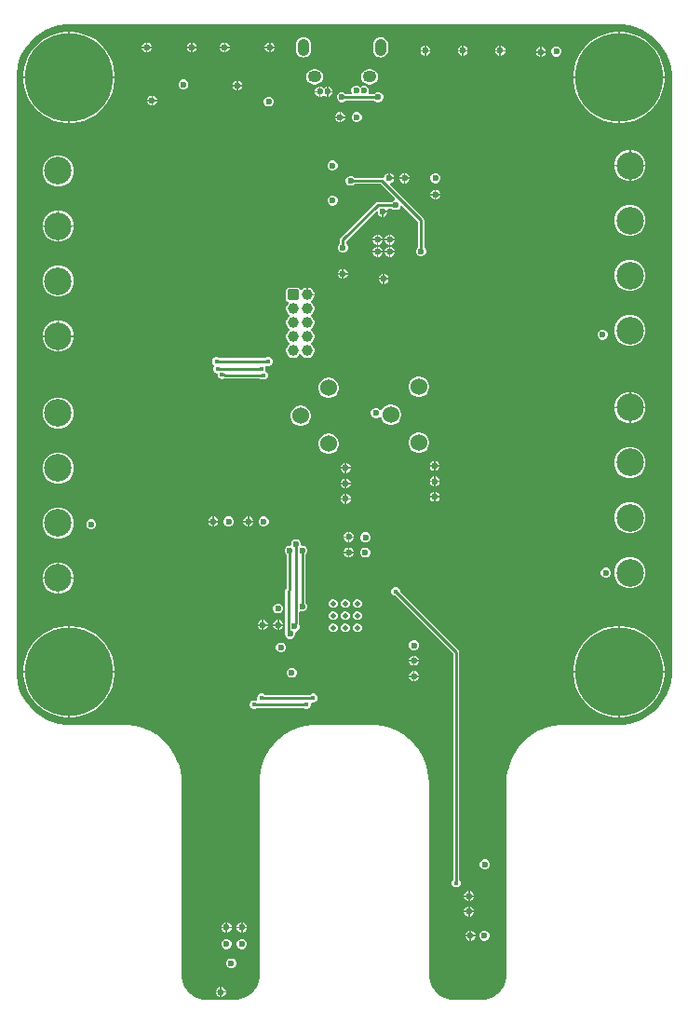
<source format=gbl>
G04*
G04 #@! TF.GenerationSoftware,Altium Limited,Altium Designer,23.4.1 (23)*
G04*
G04 Layer_Physical_Order=4*
G04 Layer_Color=8037893*
%FSLAX44Y44*%
%MOMM*%
G71*
G04*
G04 #@! TF.SameCoordinates,810E8BC2-B951-4309-8685-973D218C77A5*
G04*
G04*
G04 #@! TF.FilePolarity,Positive*
G04*
G01*
G75*
%ADD12C,0.2500*%
%ADD65C,2.5000*%
%ADD66C,1.5240*%
%ADD67C,8.0000*%
G04:AMPARAMS|DCode=68|XSize=1mm|YSize=1mm|CornerRadius=0.125mm|HoleSize=0mm|Usage=FLASHONLY|Rotation=0.000|XOffset=0mm|YOffset=0mm|HoleType=Round|Shape=RoundedRectangle|*
%AMROUNDEDRECTD68*
21,1,1.0000,0.7500,0,0,0.0*
21,1,0.7500,1.0000,0,0,0.0*
1,1,0.2500,0.3750,-0.3750*
1,1,0.2500,-0.3750,-0.3750*
1,1,0.2500,-0.3750,0.3750*
1,1,0.2500,0.3750,0.3750*
%
%ADD68ROUNDEDRECTD68*%
%ADD69C,1.0000*%
G04:AMPARAMS|DCode=70|XSize=1.55mm|YSize=1.05mm|CornerRadius=0.525mm|HoleSize=0mm|Usage=FLASHONLY|Rotation=270.000|XOffset=0mm|YOffset=0mm|HoleType=Round|Shape=RoundedRectangle|*
%AMROUNDEDRECTD70*
21,1,1.5500,0.0000,0,0,270.0*
21,1,0.5000,1.0500,0,0,270.0*
1,1,1.0500,0.0000,-0.2500*
1,1,1.0500,0.0000,0.2500*
1,1,1.0500,0.0000,0.2500*
1,1,1.0500,0.0000,-0.2500*
%
%ADD70ROUNDEDRECTD70*%
G04:AMPARAMS|DCode=71|XSize=1.25mm|YSize=1.05mm|CornerRadius=0.525mm|HoleSize=0mm|Usage=FLASHONLY|Rotation=0.000|XOffset=0mm|YOffset=0mm|HoleType=Round|Shape=RoundedRectangle|*
%AMROUNDEDRECTD71*
21,1,1.2500,0.0000,0,0,0.0*
21,1,0.2000,1.0500,0,0,0.0*
1,1,1.0500,0.1000,0.0000*
1,1,1.0500,-0.1000,0.0000*
1,1,1.0500,-0.1000,0.0000*
1,1,1.0500,0.1000,0.0000*
%
%ADD71ROUNDEDRECTD71*%
%ADD72C,0.6000*%
%ADD73C,0.4500*%
%ADD74C,0.5000*%
G36*
X559381Y137164D02*
X565457Y135536D01*
X571269Y133129D01*
X576716Y129984D01*
X581707Y126155D01*
X586155Y121707D01*
X589984Y116716D01*
X593129Y111269D01*
X595536Y105457D01*
X597164Y99382D01*
X597985Y93145D01*
Y90000D01*
Y-450000D01*
Y-453145D01*
X597164Y-459381D01*
X595536Y-465457D01*
X593129Y-471269D01*
X589984Y-476716D01*
X586155Y-481707D01*
X581707Y-486155D01*
X576716Y-489984D01*
X571269Y-493129D01*
X565457Y-495536D01*
X559381Y-497164D01*
X553145Y-497985D01*
X550000D01*
X500000Y-497985D01*
X499967Y-497992D01*
X499934Y-497986D01*
X496664Y-498093D01*
X496567Y-498116D01*
X496467Y-498110D01*
X489982Y-498963D01*
X489857Y-499006D01*
X489724Y-499015D01*
X483407Y-500708D01*
X483287Y-500766D01*
X483157Y-500792D01*
X477115Y-503295D01*
X477004Y-503369D01*
X476878Y-503412D01*
X471214Y-506682D01*
X471114Y-506769D01*
X470995Y-506828D01*
X465806Y-510810D01*
X465719Y-510910D01*
X465608Y-510983D01*
X460983Y-515608D01*
X460910Y-515719D01*
X460810Y-515806D01*
X456828Y-520995D01*
X456769Y-521114D01*
X456682Y-521214D01*
X453412Y-526878D01*
X453369Y-527004D01*
X453295Y-527115D01*
X450792Y-533157D01*
X450766Y-533287D01*
X450708Y-533407D01*
X449015Y-539724D01*
X449006Y-539857D01*
X448963Y-539982D01*
X448110Y-546467D01*
X448116Y-546567D01*
X448093Y-546664D01*
X447986Y-549934D01*
X447992Y-549967D01*
X447985Y-550000D01*
Y-725000D01*
Y-727264D01*
X447102Y-731705D01*
X445369Y-735888D01*
X442854Y-739652D01*
X439652Y-742854D01*
X435888Y-745369D01*
X431704Y-747102D01*
X427264Y-747985D01*
X397736D01*
X393295Y-747102D01*
X389112Y-745369D01*
X385348Y-742854D01*
X382146Y-739652D01*
X379631Y-735888D01*
X377898Y-731704D01*
X377015Y-727264D01*
Y-725000D01*
X377015Y-550000D01*
X377008Y-549967D01*
X377014Y-549934D01*
X376907Y-546664D01*
X376884Y-546567D01*
X376890Y-546467D01*
X376037Y-539983D01*
X375994Y-539857D01*
X375985Y-539724D01*
X374292Y-533407D01*
X374234Y-533288D01*
X374208Y-533157D01*
X371705Y-527115D01*
X371631Y-527004D01*
X371588Y-526878D01*
X368318Y-521214D01*
X368231Y-521114D01*
X368172Y-520995D01*
X364190Y-515806D01*
X364090Y-515719D01*
X364017Y-515608D01*
X359392Y-510984D01*
X359281Y-510910D01*
X359194Y-510810D01*
X354005Y-506828D01*
X353886Y-506769D01*
X353786Y-506682D01*
X348122Y-503412D01*
X347996Y-503369D01*
X347885Y-503295D01*
X341843Y-500792D01*
X341713Y-500766D01*
X341593Y-500708D01*
X335276Y-499015D01*
X335143Y-499006D01*
X335018Y-498963D01*
X328533Y-498110D01*
X328433Y-498116D01*
X328336Y-498093D01*
X325066Y-497986D01*
X325033Y-497992D01*
X325000Y-497985D01*
X275000Y-497985D01*
X274967Y-497992D01*
X274934Y-497986D01*
X271664Y-498093D01*
X271567Y-498116D01*
X271467Y-498110D01*
X264982Y-498963D01*
X264857Y-499006D01*
X264724Y-499015D01*
X258407Y-500708D01*
X258287Y-500766D01*
X258157Y-500792D01*
X252115Y-503295D01*
X252004Y-503369D01*
X251878Y-503412D01*
X246214Y-506682D01*
X246114Y-506769D01*
X245995Y-506828D01*
X240806Y-510810D01*
X240719Y-510910D01*
X240608Y-510983D01*
X235983Y-515608D01*
X235910Y-515719D01*
X235810Y-515806D01*
X231828Y-520995D01*
X231769Y-521114D01*
X231682Y-521214D01*
X228412Y-526878D01*
X228369Y-527004D01*
X228295Y-527115D01*
X225792Y-533157D01*
X225766Y-533287D01*
X225707Y-533407D01*
X224015Y-539724D01*
X224006Y-539857D01*
X223963Y-539982D01*
X223110Y-546467D01*
X223116Y-546567D01*
X223093Y-546664D01*
X222986Y-549934D01*
X222992Y-549967D01*
X222985Y-550000D01*
Y-725000D01*
Y-727264D01*
X222102Y-731705D01*
X220369Y-735888D01*
X217854Y-739652D01*
X214652Y-742854D01*
X210888Y-745369D01*
X206705Y-747102D01*
X202264Y-747985D01*
X172736D01*
X168295Y-747102D01*
X164112Y-745369D01*
X160348Y-742854D01*
X157146Y-739652D01*
X154631Y-735888D01*
X152898Y-731704D01*
X152015Y-727264D01*
Y-725000D01*
X152015Y-550000D01*
X152008Y-549967D01*
X152014Y-549934D01*
X151907Y-546664D01*
X151884Y-546567D01*
X151890Y-546467D01*
X151037Y-539982D01*
X150994Y-539857D01*
X150985Y-539724D01*
X149292Y-533407D01*
X149234Y-533287D01*
X149208Y-533157D01*
X146705Y-527115D01*
X146631Y-527004D01*
X146588Y-526878D01*
X143318Y-521214D01*
X143231Y-521114D01*
X143172Y-520995D01*
X139190Y-515806D01*
X139090Y-515719D01*
X139017Y-515608D01*
X134392Y-510984D01*
X134281Y-510910D01*
X134194Y-510810D01*
X129005Y-506828D01*
X128886Y-506769D01*
X128786Y-506682D01*
X123122Y-503412D01*
X122996Y-503369D01*
X122885Y-503295D01*
X116843Y-500792D01*
X116713Y-500766D01*
X116593Y-500708D01*
X110276Y-499015D01*
X110143Y-499006D01*
X110017Y-498963D01*
X103533Y-498110D01*
X103434Y-498116D01*
X103336Y-498093D01*
X100066Y-497986D01*
X100033Y-497992D01*
X100000Y-497985D01*
X46855D01*
X40619Y-497164D01*
X34543Y-495536D01*
X28731Y-493129D01*
X23284Y-489984D01*
X18293Y-486155D01*
X13845Y-481707D01*
X10016Y-476716D01*
X6871Y-471269D01*
X4464Y-465457D01*
X2836Y-459381D01*
X2015Y-453145D01*
Y-450000D01*
Y90000D01*
Y93145D01*
X2836Y99382D01*
X4464Y105457D01*
X6871Y111269D01*
X10016Y116716D01*
X13845Y121707D01*
X18293Y126155D01*
X23284Y129984D01*
X28731Y133129D01*
X34543Y135536D01*
X40619Y137164D01*
X46855Y137985D01*
X553145D01*
X559381Y137164D01*
D02*
G37*
%LPC*%
G36*
X233400Y121774D02*
X233262D01*
Y118012D01*
X237024D01*
Y118150D01*
X236335Y119813D01*
X235063Y121085D01*
X233400Y121774D01*
D02*
G37*
G36*
X231738D02*
X231600D01*
X229937Y121085D01*
X228665Y119813D01*
X227976Y118150D01*
Y118012D01*
X231738D01*
Y121774D01*
D02*
G37*
G36*
X192400D02*
X192262D01*
Y118012D01*
X196024D01*
Y118150D01*
X195335Y119813D01*
X194063Y121085D01*
X192400Y121774D01*
D02*
G37*
G36*
X190738D02*
X190600D01*
X188937Y121085D01*
X187665Y119813D01*
X186976Y118150D01*
Y118012D01*
X190738D01*
Y121774D01*
D02*
G37*
G36*
X162400D02*
X162262D01*
Y118012D01*
X166024D01*
Y118150D01*
X165335Y119813D01*
X164063Y121085D01*
X162400Y121774D01*
D02*
G37*
G36*
X160738D02*
X160600D01*
X158937Y121085D01*
X157665Y119813D01*
X156976Y118150D01*
Y118012D01*
X160738D01*
Y121774D01*
D02*
G37*
G36*
X121400D02*
X121262D01*
Y118012D01*
X125024D01*
Y118150D01*
X124335Y119813D01*
X123063Y121085D01*
X121400Y121774D01*
D02*
G37*
G36*
X119738D02*
X119600D01*
X117937Y121085D01*
X116665Y119813D01*
X115976Y118150D01*
Y118012D01*
X119738D01*
Y121774D01*
D02*
G37*
G36*
X442900Y118774D02*
X442762D01*
Y115012D01*
X446524D01*
Y115150D01*
X445835Y116813D01*
X444563Y118085D01*
X442900Y118774D01*
D02*
G37*
G36*
X441238D02*
X441100D01*
X439437Y118085D01*
X438165Y116813D01*
X437476Y115150D01*
Y115012D01*
X441238D01*
Y118774D01*
D02*
G37*
G36*
X408900D02*
X408762D01*
Y115012D01*
X412524D01*
Y115150D01*
X411835Y116813D01*
X410563Y118085D01*
X408900Y118774D01*
D02*
G37*
G36*
X407238D02*
X407100D01*
X405437Y118085D01*
X404165Y116813D01*
X403476Y115150D01*
Y115012D01*
X407238D01*
Y118774D01*
D02*
G37*
G36*
X374900D02*
X374762D01*
Y115012D01*
X378524D01*
Y115150D01*
X377835Y116813D01*
X376563Y118085D01*
X374900Y118774D01*
D02*
G37*
G36*
X373238D02*
X373100D01*
X371437Y118085D01*
X370165Y116813D01*
X369476Y115150D01*
Y115012D01*
X373238D01*
Y118774D01*
D02*
G37*
G36*
X479900Y117774D02*
X479762D01*
Y114012D01*
X483524D01*
Y114150D01*
X482835Y115813D01*
X481563Y117085D01*
X479900Y117774D01*
D02*
G37*
G36*
X478238D02*
X478100D01*
X476437Y117085D01*
X475165Y115813D01*
X474476Y114150D01*
Y114012D01*
X478238D01*
Y117774D01*
D02*
G37*
G36*
X237024Y116488D02*
X233262D01*
Y112726D01*
X233400D01*
X235063Y113415D01*
X236335Y114687D01*
X237024Y116350D01*
Y116488D01*
D02*
G37*
G36*
X231738D02*
X227976D01*
Y116350D01*
X228665Y114687D01*
X229937Y113415D01*
X231600Y112726D01*
X231738D01*
Y116488D01*
D02*
G37*
G36*
X196024D02*
X192262D01*
Y112726D01*
X192400D01*
X194063Y113415D01*
X195335Y114687D01*
X196024Y116350D01*
Y116488D01*
D02*
G37*
G36*
X190738D02*
X186976D01*
Y116350D01*
X187665Y114687D01*
X188937Y113415D01*
X190600Y112726D01*
X190738D01*
Y116488D01*
D02*
G37*
G36*
X166024D02*
X162262D01*
Y112726D01*
X162400D01*
X164063Y113415D01*
X165335Y114687D01*
X166024Y116350D01*
Y116488D01*
D02*
G37*
G36*
X160738D02*
X156976D01*
Y116350D01*
X157665Y114687D01*
X158937Y113415D01*
X160600Y112726D01*
X160738D01*
Y116488D01*
D02*
G37*
G36*
X125024D02*
X121262D01*
Y112726D01*
X121400D01*
X123063Y113415D01*
X124335Y114687D01*
X125024Y116350D01*
Y116488D01*
D02*
G37*
G36*
X119738D02*
X115976D01*
Y116350D01*
X116665Y114687D01*
X117937Y113415D01*
X119600Y112726D01*
X119738D01*
Y116488D01*
D02*
G37*
G36*
X446524Y113488D02*
X442762D01*
Y109726D01*
X442900D01*
X444563Y110415D01*
X445835Y111687D01*
X446524Y113350D01*
Y113488D01*
D02*
G37*
G36*
X441238D02*
X437476D01*
Y113350D01*
X438165Y111687D01*
X439437Y110415D01*
X441100Y109726D01*
X441238D01*
Y113488D01*
D02*
G37*
G36*
X412524D02*
X408762D01*
Y109726D01*
X408900D01*
X410563Y110415D01*
X411835Y111687D01*
X412524Y113350D01*
Y113488D01*
D02*
G37*
G36*
X407238D02*
X403476D01*
Y113350D01*
X404165Y111687D01*
X405437Y110415D01*
X407100Y109726D01*
X407238D01*
Y113488D01*
D02*
G37*
G36*
X378524D02*
X374762D01*
Y109726D01*
X374900D01*
X376563Y110415D01*
X377835Y111687D01*
X378524Y113350D01*
Y113488D01*
D02*
G37*
G36*
X373238D02*
X369476D01*
Y113350D01*
X370165Y111687D01*
X371437Y110415D01*
X373100Y109726D01*
X373238D01*
Y113488D01*
D02*
G37*
G36*
X493905Y118048D02*
X492095D01*
X490424Y117356D01*
X489144Y116076D01*
X488452Y114405D01*
Y112595D01*
X489144Y110924D01*
X490424Y109644D01*
X492095Y108952D01*
X493905D01*
X495576Y109644D01*
X496856Y110924D01*
X497548Y112595D01*
Y114405D01*
X496856Y116076D01*
X495576Y117356D01*
X493905Y118048D01*
D02*
G37*
G36*
X483524Y112488D02*
X479762D01*
Y108726D01*
X479900D01*
X481563Y109415D01*
X482835Y110687D01*
X483524Y112350D01*
Y112488D01*
D02*
G37*
G36*
X478238D02*
X474476D01*
Y112350D01*
X475165Y110687D01*
X476437Y109415D01*
X478100Y108726D01*
X478238D01*
Y112488D01*
D02*
G37*
G36*
X333202Y126832D02*
X331434Y126600D01*
X329786Y125917D01*
X328371Y124831D01*
X327285Y123416D01*
X326602Y121768D01*
X326370Y120000D01*
Y115000D01*
X326602Y113232D01*
X327285Y111584D01*
X328371Y110169D01*
X329786Y109083D01*
X331434Y108400D01*
X333202Y108168D01*
X334970Y108400D01*
X336618Y109083D01*
X338033Y110169D01*
X339119Y111584D01*
X339802Y113232D01*
X340034Y115000D01*
Y120000D01*
X339802Y121768D01*
X339119Y123416D01*
X338033Y124831D01*
X336618Y125917D01*
X334970Y126600D01*
X333202Y126832D01*
D02*
G37*
G36*
X263202D02*
X261434Y126600D01*
X259786Y125917D01*
X258371Y124831D01*
X257285Y123416D01*
X256602Y121768D01*
X256369Y120000D01*
Y115000D01*
X256602Y113232D01*
X257285Y111584D01*
X258371Y110169D01*
X259786Y109083D01*
X261434Y108400D01*
X263202Y108168D01*
X264970Y108400D01*
X266618Y109083D01*
X268033Y110169D01*
X269119Y111584D01*
X269802Y113232D01*
X270034Y115000D01*
Y120000D01*
X269802Y121768D01*
X269119Y123416D01*
X268033Y124831D01*
X266618Y125917D01*
X264970Y126600D01*
X263202Y126832D01*
D02*
G37*
G36*
X552722Y131524D02*
X550762D01*
Y90762D01*
X591524D01*
Y92722D01*
X590813Y98118D01*
X589405Y103376D01*
X587322Y108405D01*
X584600Y113119D01*
X581286Y117437D01*
X577437Y121286D01*
X573119Y124600D01*
X568405Y127322D01*
X563376Y129405D01*
X558118Y130814D01*
X552722Y131524D01*
D02*
G37*
G36*
X549238D02*
X547278D01*
X541882Y130814D01*
X536624Y129405D01*
X531595Y127322D01*
X526881Y124600D01*
X522562Y121286D01*
X518714Y117437D01*
X515400Y113119D01*
X512678Y108405D01*
X510595Y103376D01*
X509187Y98118D01*
X508476Y92722D01*
Y90762D01*
X549238D01*
Y131524D01*
D02*
G37*
G36*
X52722D02*
X50762D01*
Y90762D01*
X91524D01*
Y92722D01*
X90814Y98118D01*
X89405Y103376D01*
X87322Y108405D01*
X84600Y113119D01*
X81286Y117437D01*
X77437Y121286D01*
X73119Y124600D01*
X68405Y127322D01*
X63376Y129405D01*
X58118Y130814D01*
X52722Y131524D01*
D02*
G37*
G36*
X49238D02*
X47278D01*
X41882Y130814D01*
X36624Y129405D01*
X31595Y127322D01*
X26881Y124600D01*
X22563Y121286D01*
X18714Y117437D01*
X15400Y113119D01*
X12678Y108405D01*
X10595Y103376D01*
X9186Y98118D01*
X8476Y92722D01*
Y90762D01*
X49238D01*
Y131524D01*
D02*
G37*
G36*
X324202Y97332D02*
X322202D01*
X320434Y97100D01*
X318786Y96417D01*
X317371Y95331D01*
X316285Y93916D01*
X315602Y92268D01*
X315369Y90500D01*
X315602Y88732D01*
X316285Y87084D01*
X317371Y85669D01*
X318786Y84583D01*
X320434Y83900D01*
X322202Y83667D01*
X324202D01*
X325970Y83900D01*
X327618Y84583D01*
X329033Y85669D01*
X330119Y87084D01*
X330802Y88732D01*
X331034Y90500D01*
X330802Y92268D01*
X330119Y93916D01*
X329033Y95331D01*
X327618Y96417D01*
X325970Y97100D01*
X324202Y97332D01*
D02*
G37*
G36*
X274202D02*
X272202D01*
X270434Y97100D01*
X268786Y96417D01*
X267371Y95331D01*
X266285Y93916D01*
X265602Y92268D01*
X265369Y90500D01*
X265602Y88732D01*
X266285Y87084D01*
X267371Y85669D01*
X268786Y84583D01*
X270434Y83900D01*
X272202Y83667D01*
X274202D01*
X275970Y83900D01*
X277618Y84583D01*
X279033Y85669D01*
X280119Y87084D01*
X280802Y88732D01*
X281034Y90500D01*
X280802Y92268D01*
X280119Y93916D01*
X279033Y95331D01*
X277618Y96417D01*
X275970Y97100D01*
X274202Y97332D01*
D02*
G37*
G36*
X203900Y87024D02*
X203762D01*
Y83262D01*
X207524D01*
Y83400D01*
X206835Y85063D01*
X205563Y86335D01*
X203900Y87024D01*
D02*
G37*
G36*
X202238D02*
X202100D01*
X200437Y86335D01*
X199165Y85063D01*
X198476Y83400D01*
Y83262D01*
X202238D01*
Y87024D01*
D02*
G37*
G36*
X318905Y82548D02*
X317095D01*
X315424Y81856D01*
X314500Y80932D01*
X313576Y81856D01*
X311905Y82548D01*
X310095D01*
X308424Y81856D01*
X307144Y80576D01*
X306452Y78905D01*
Y77095D01*
X306865Y76098D01*
X306080Y74828D01*
X301604D01*
X300576Y75856D01*
X298905Y76548D01*
X297095D01*
X295424Y75856D01*
X294144Y74576D01*
X293452Y72905D01*
Y71095D01*
X294144Y69424D01*
X295424Y68144D01*
X297095Y67452D01*
X298905D01*
X300576Y68144D01*
X301604Y69172D01*
X327397D01*
X328424Y68144D01*
X330095Y67452D01*
X331905D01*
X333576Y68144D01*
X334856Y69424D01*
X335548Y71095D01*
Y72905D01*
X334856Y74576D01*
X333576Y75856D01*
X331905Y76548D01*
X330095D01*
X328424Y75856D01*
X327397Y74828D01*
X322920D01*
X322135Y76098D01*
X322548Y77095D01*
Y78905D01*
X321856Y80576D01*
X320576Y81856D01*
X318905Y82548D01*
D02*
G37*
G36*
X284238Y81524D02*
X284100D01*
X282437Y80835D01*
X281500Y79898D01*
X280563Y80835D01*
X278900Y81524D01*
X278762D01*
Y77000D01*
Y72476D01*
X278900D01*
X280563Y73165D01*
X281500Y74102D01*
X282437Y73165D01*
X284100Y72476D01*
X284238D01*
Y77000D01*
Y81524D01*
D02*
G37*
G36*
X154905Y88048D02*
X153095D01*
X151424Y87356D01*
X150144Y86076D01*
X149452Y84405D01*
Y82595D01*
X150144Y80924D01*
X151424Y79644D01*
X153095Y78952D01*
X154905D01*
X156576Y79644D01*
X157856Y80924D01*
X158548Y82595D01*
Y84405D01*
X157856Y86076D01*
X156576Y87356D01*
X154905Y88048D01*
D02*
G37*
G36*
X207524Y81738D02*
X203762D01*
Y77976D01*
X203900D01*
X205563Y78665D01*
X206835Y79937D01*
X207524Y81600D01*
Y81738D01*
D02*
G37*
G36*
X202238D02*
X198476D01*
Y81600D01*
X199165Y79937D01*
X200437Y78665D01*
X202100Y77976D01*
X202238D01*
Y81738D01*
D02*
G37*
G36*
X285900Y81524D02*
X285762D01*
Y77762D01*
X289524D01*
Y77900D01*
X288835Y79563D01*
X287563Y80835D01*
X285900Y81524D01*
D02*
G37*
G36*
X277238D02*
X277100D01*
X275437Y80835D01*
X274165Y79563D01*
X273476Y77900D01*
Y77762D01*
X277238D01*
Y81524D01*
D02*
G37*
G36*
X289524Y76238D02*
X285762D01*
Y72476D01*
X285900D01*
X287563Y73165D01*
X288835Y74437D01*
X289524Y76100D01*
Y76238D01*
D02*
G37*
G36*
X277238D02*
X273476D01*
Y76100D01*
X274165Y74437D01*
X275437Y73165D01*
X277100Y72476D01*
X277238D01*
Y76238D01*
D02*
G37*
G36*
X126400Y73524D02*
X126262D01*
Y69762D01*
X130024D01*
Y69900D01*
X129335Y71563D01*
X128063Y72835D01*
X126400Y73524D01*
D02*
G37*
G36*
X124738D02*
X124600D01*
X122937Y72835D01*
X121665Y71563D01*
X120976Y69900D01*
Y69762D01*
X124738D01*
Y73524D01*
D02*
G37*
G36*
X130024Y68238D02*
X126262D01*
Y64476D01*
X126400D01*
X128063Y65165D01*
X129335Y66437D01*
X130024Y68100D01*
Y68238D01*
D02*
G37*
G36*
X124738D02*
X120976D01*
Y68100D01*
X121665Y66437D01*
X122937Y65165D01*
X124600Y64476D01*
X124738D01*
Y68238D01*
D02*
G37*
G36*
X232405Y72548D02*
X230595D01*
X228924Y71856D01*
X227644Y70576D01*
X226952Y68905D01*
Y67095D01*
X227644Y65424D01*
X228924Y64144D01*
X230595Y63452D01*
X232405D01*
X234076Y64144D01*
X235356Y65424D01*
X236048Y67095D01*
Y68905D01*
X235356Y70576D01*
X234076Y71856D01*
X232405Y72548D01*
D02*
G37*
G36*
X297400Y58524D02*
X297262D01*
Y54762D01*
X301024D01*
Y54900D01*
X300335Y56563D01*
X299063Y57835D01*
X297400Y58524D01*
D02*
G37*
G36*
X295738D02*
X295600D01*
X293937Y57835D01*
X292665Y56563D01*
X291976Y54900D01*
Y54762D01*
X295738D01*
Y58524D01*
D02*
G37*
G36*
X301024Y53238D02*
X297262D01*
Y49476D01*
X297400D01*
X299063Y50165D01*
X300335Y51437D01*
X301024Y53100D01*
Y53238D01*
D02*
G37*
G36*
X295738D02*
X291976D01*
Y53100D01*
X292665Y51437D01*
X293937Y50165D01*
X295600Y49476D01*
X295738D01*
Y53238D01*
D02*
G37*
G36*
X312405Y58548D02*
X310595D01*
X308924Y57856D01*
X307644Y56576D01*
X306952Y54905D01*
Y53095D01*
X307644Y51424D01*
X308924Y50144D01*
X310595Y49452D01*
X312405D01*
X314076Y50144D01*
X315356Y51424D01*
X316048Y53095D01*
Y54905D01*
X315356Y56576D01*
X314076Y57856D01*
X312405Y58548D01*
D02*
G37*
G36*
X591524Y89238D02*
X550762D01*
Y48476D01*
X552722D01*
X558118Y49187D01*
X563376Y50595D01*
X568405Y52678D01*
X573119Y55400D01*
X577437Y58714D01*
X581286Y62563D01*
X584600Y66881D01*
X587322Y71595D01*
X589405Y76624D01*
X590813Y81882D01*
X591524Y87278D01*
Y89238D01*
D02*
G37*
G36*
X549238D02*
X508476D01*
Y87278D01*
X509187Y81882D01*
X510595Y76624D01*
X512678Y71595D01*
X515400Y66881D01*
X518714Y62563D01*
X522562Y58714D01*
X526881Y55400D01*
X531595Y52678D01*
X536624Y50595D01*
X541882Y49187D01*
X547278Y48476D01*
X549238D01*
Y89238D01*
D02*
G37*
G36*
X91524D02*
X50762D01*
Y48476D01*
X52722D01*
X58118Y49187D01*
X63376Y50595D01*
X68405Y52678D01*
X73119Y55400D01*
X77437Y58714D01*
X81286Y62563D01*
X84600Y66881D01*
X87322Y71595D01*
X89405Y76624D01*
X90814Y81882D01*
X91524Y87278D01*
Y89238D01*
D02*
G37*
G36*
X49238D02*
X8476D01*
Y87278D01*
X9186Y81882D01*
X10595Y76624D01*
X12678Y71595D01*
X15400Y66881D01*
X18714Y62563D01*
X22563Y58714D01*
X26881Y55400D01*
X31595Y52678D01*
X36624Y50595D01*
X41882Y49187D01*
X47278Y48476D01*
X49238D01*
Y89238D01*
D02*
G37*
G36*
X561846Y24024D02*
X560762D01*
Y10762D01*
X574024D01*
Y11846D01*
X573068Y15413D01*
X571222Y18611D01*
X568611Y21222D01*
X565413Y23068D01*
X561846Y24024D01*
D02*
G37*
G36*
X559238D02*
X558154D01*
X554587Y23068D01*
X551389Y21222D01*
X548778Y18611D01*
X546932Y15413D01*
X545976Y11846D01*
Y10762D01*
X559238D01*
Y24024D01*
D02*
G37*
G36*
X290405Y14548D02*
X288595D01*
X286924Y13856D01*
X285644Y12576D01*
X284952Y10905D01*
Y9095D01*
X285644Y7424D01*
X286924Y6144D01*
X288595Y5452D01*
X290405D01*
X292076Y6144D01*
X293356Y7424D01*
X294048Y9095D01*
Y10905D01*
X293356Y12576D01*
X292076Y13856D01*
X290405Y14548D01*
D02*
G37*
G36*
X355900Y3024D02*
X355762D01*
Y-738D01*
X359524D01*
Y-600D01*
X358835Y1063D01*
X357563Y2335D01*
X355900Y3024D01*
D02*
G37*
G36*
X354238D02*
X354100D01*
X352437Y2335D01*
X351165Y1063D01*
X350476Y-600D01*
Y-738D01*
X354238D01*
Y3024D01*
D02*
G37*
G36*
X341900Y3024D02*
X341762D01*
Y-738D01*
X345524D01*
Y-600D01*
X344835Y1063D01*
X343563Y2335D01*
X341900Y3024D01*
D02*
G37*
G36*
X340238D02*
X340100D01*
X338437Y2335D01*
X337165Y1063D01*
X336476Y-600D01*
Y-657D01*
X335306Y-1372D01*
X335206Y-1372D01*
X334200Y-1172D01*
X309604D01*
X308576Y-144D01*
X306905Y548D01*
X305095D01*
X303424Y-144D01*
X302144Y-1424D01*
X301452Y-3095D01*
Y-4905D01*
X302144Y-6576D01*
X303424Y-7856D01*
X305095Y-8548D01*
X306905D01*
X308576Y-7856D01*
X309604Y-6828D01*
X333028D01*
X346478Y-20279D01*
X345926Y-21522D01*
X344424Y-22144D01*
X343195Y-23374D01*
X330498D01*
X330498Y-23374D01*
X329416Y-23589D01*
X328498Y-24202D01*
X297100Y-55600D01*
X296487Y-56518D01*
X296272Y-57600D01*
Y-60996D01*
X295244Y-62024D01*
X294552Y-63695D01*
Y-65505D01*
X295244Y-67176D01*
X296524Y-68456D01*
X298195Y-69148D01*
X300005D01*
X301676Y-68456D01*
X302956Y-67176D01*
X303648Y-65505D01*
Y-63695D01*
X302956Y-62024D01*
X301928Y-60996D01*
Y-58772D01*
X329206Y-31494D01*
X330476Y-32020D01*
Y-32900D01*
X331165Y-34563D01*
X332437Y-35835D01*
X334100Y-36524D01*
X334238D01*
Y-32000D01*
X335000D01*
Y-31238D01*
X339524D01*
Y-31100D01*
X339193Y-30300D01*
X340041Y-29030D01*
X343599D01*
X344424Y-29856D01*
X346095Y-30548D01*
X347905D01*
X349576Y-29856D01*
X350856Y-28576D01*
X351478Y-27074D01*
X352721Y-26522D01*
X367172Y-40972D01*
Y-64397D01*
X366144Y-65424D01*
X365452Y-67095D01*
Y-68905D01*
X366144Y-70576D01*
X367424Y-71856D01*
X369095Y-72548D01*
X370905D01*
X372576Y-71856D01*
X373856Y-70576D01*
X374548Y-68905D01*
Y-67095D01*
X373856Y-65424D01*
X372828Y-64397D01*
Y-39801D01*
X372828Y-39800D01*
X372613Y-38718D01*
X372000Y-37801D01*
X372000Y-37800D01*
X341397Y-7197D01*
X341883Y-6024D01*
X341900D01*
X343563Y-5335D01*
X344835Y-4063D01*
X345524Y-2400D01*
Y-2262D01*
X341000D01*
Y-1500D01*
X340238D01*
Y3024D01*
D02*
G37*
G36*
X574024Y9238D02*
X560762D01*
Y-4024D01*
X561846D01*
X565413Y-3068D01*
X568611Y-1222D01*
X571222Y1389D01*
X573068Y4587D01*
X574024Y8154D01*
Y9238D01*
D02*
G37*
G36*
X559238D02*
X545976D01*
Y8154D01*
X546932Y4587D01*
X548778Y1389D01*
X551389Y-1222D01*
X554587Y-3068D01*
X558154Y-4024D01*
X559238D01*
Y9238D01*
D02*
G37*
G36*
X359524Y-2262D02*
X355762D01*
Y-6024D01*
X355900D01*
X357563Y-5335D01*
X358835Y-4063D01*
X359524Y-2400D01*
Y-2262D01*
D02*
G37*
G36*
X354238D02*
X350476D01*
Y-2400D01*
X351165Y-4063D01*
X352437Y-5335D01*
X354100Y-6024D01*
X354238D01*
Y-2262D01*
D02*
G37*
G36*
X383905Y3048D02*
X382095D01*
X380424Y2356D01*
X379144Y1076D01*
X378452Y-595D01*
Y-2405D01*
X379144Y-4076D01*
X380424Y-5356D01*
X382095Y-6048D01*
X383905D01*
X385576Y-5356D01*
X386856Y-4076D01*
X387548Y-2405D01*
Y-595D01*
X386856Y1076D01*
X385576Y2356D01*
X383905Y3048D01*
D02*
G37*
G36*
X41846Y19024D02*
X38154D01*
X34587Y18068D01*
X31389Y16222D01*
X28778Y13611D01*
X26932Y10413D01*
X25976Y6846D01*
Y3154D01*
X26932Y-413D01*
X28778Y-3611D01*
X31389Y-6222D01*
X34587Y-8068D01*
X38154Y-9024D01*
X41846D01*
X45413Y-8068D01*
X48611Y-6222D01*
X51222Y-3611D01*
X53068Y-413D01*
X54024Y3154D01*
Y6846D01*
X53068Y10413D01*
X51222Y13611D01*
X48611Y16222D01*
X45413Y18068D01*
X41846Y19024D01*
D02*
G37*
G36*
X383900Y-11976D02*
X383762D01*
Y-15738D01*
X387524D01*
Y-15600D01*
X386835Y-13937D01*
X385563Y-12665D01*
X383900Y-11976D01*
D02*
G37*
G36*
X382238D02*
X382100D01*
X380437Y-12665D01*
X379165Y-13937D01*
X378476Y-15600D01*
Y-15738D01*
X382238D01*
Y-11976D01*
D02*
G37*
G36*
X387524Y-17262D02*
X383762D01*
Y-21024D01*
X383900D01*
X385563Y-20335D01*
X386835Y-19063D01*
X387524Y-17400D01*
Y-17262D01*
D02*
G37*
G36*
X382238D02*
X378476D01*
Y-17400D01*
X379165Y-19063D01*
X380437Y-20335D01*
X382100Y-21024D01*
X382238D01*
Y-17262D01*
D02*
G37*
G36*
X290405Y-17452D02*
X288595D01*
X286924Y-18144D01*
X285644Y-19424D01*
X284952Y-21095D01*
Y-22905D01*
X285644Y-24576D01*
X286924Y-25856D01*
X288595Y-26548D01*
X290405D01*
X292076Y-25856D01*
X293356Y-24576D01*
X294048Y-22905D01*
Y-21095D01*
X293356Y-19424D01*
X292076Y-18144D01*
X290405Y-17452D01*
D02*
G37*
G36*
X339524Y-32762D02*
X335762D01*
Y-36524D01*
X335900D01*
X337563Y-35835D01*
X338835Y-34563D01*
X339524Y-32900D01*
Y-32762D01*
D02*
G37*
G36*
X41846Y-30976D02*
X40762D01*
Y-44238D01*
X54024D01*
Y-43154D01*
X53068Y-39587D01*
X51222Y-36389D01*
X48611Y-33778D01*
X45413Y-31932D01*
X41846Y-30976D01*
D02*
G37*
G36*
X39238D02*
X38154D01*
X34587Y-31932D01*
X31389Y-33778D01*
X28778Y-36389D01*
X26932Y-39587D01*
X25976Y-43154D01*
Y-44238D01*
X39238D01*
Y-30976D01*
D02*
G37*
G36*
X561846Y-25976D02*
X558154D01*
X554587Y-26932D01*
X551389Y-28778D01*
X548778Y-31389D01*
X546932Y-34587D01*
X545976Y-38154D01*
Y-41846D01*
X546932Y-45413D01*
X548778Y-48611D01*
X551389Y-51222D01*
X554587Y-53068D01*
X558154Y-54024D01*
X561846D01*
X565413Y-53068D01*
X568611Y-51222D01*
X571222Y-48611D01*
X573068Y-45413D01*
X574024Y-41846D01*
Y-38154D01*
X573068Y-34587D01*
X571222Y-31389D01*
X568611Y-28778D01*
X565413Y-26932D01*
X561846Y-25976D01*
D02*
G37*
G36*
X342400Y-52976D02*
X342262D01*
Y-56738D01*
X346024D01*
Y-56600D01*
X345335Y-54937D01*
X344063Y-53665D01*
X342400Y-52976D01*
D02*
G37*
G36*
X340738D02*
X340600D01*
X338937Y-53665D01*
X337665Y-54937D01*
X336976Y-56600D01*
Y-56738D01*
X340738D01*
Y-52976D01*
D02*
G37*
G36*
X331400D02*
X331262D01*
Y-56738D01*
X335024D01*
Y-56600D01*
X334335Y-54937D01*
X333063Y-53665D01*
X331400Y-52976D01*
D02*
G37*
G36*
X329738D02*
X329600D01*
X327937Y-53665D01*
X326665Y-54937D01*
X325976Y-56600D01*
Y-56738D01*
X329738D01*
Y-52976D01*
D02*
G37*
G36*
X54024Y-45762D02*
X40762D01*
Y-59024D01*
X41846D01*
X45413Y-58068D01*
X48611Y-56222D01*
X51222Y-53611D01*
X53068Y-50413D01*
X54024Y-46846D01*
Y-45762D01*
D02*
G37*
G36*
X39238D02*
X25976D01*
Y-46846D01*
X26932Y-50413D01*
X28778Y-53611D01*
X31389Y-56222D01*
X34587Y-58068D01*
X38154Y-59024D01*
X39238D01*
Y-45762D01*
D02*
G37*
G36*
X346024Y-58262D02*
X342262D01*
Y-62024D01*
X342400D01*
X344063Y-61335D01*
X345335Y-60063D01*
X346024Y-58400D01*
Y-58262D01*
D02*
G37*
G36*
X340738D02*
X336976D01*
Y-58400D01*
X337665Y-60063D01*
X338937Y-61335D01*
X340600Y-62024D01*
X340738D01*
Y-58262D01*
D02*
G37*
G36*
X335024D02*
X331262D01*
Y-62024D01*
X331400D01*
X333063Y-61335D01*
X334335Y-60063D01*
X335024Y-58400D01*
Y-58262D01*
D02*
G37*
G36*
X329738D02*
X325976D01*
Y-58400D01*
X326665Y-60063D01*
X327937Y-61335D01*
X329600Y-62024D01*
X329738D01*
Y-58262D01*
D02*
G37*
G36*
X342400Y-63976D02*
X342262D01*
Y-67738D01*
X346024D01*
Y-67600D01*
X345335Y-65937D01*
X344063Y-64665D01*
X342400Y-63976D01*
D02*
G37*
G36*
X340738D02*
X340600D01*
X338937Y-64665D01*
X337665Y-65937D01*
X336976Y-67600D01*
Y-67738D01*
X340738D01*
Y-63976D01*
D02*
G37*
G36*
X331400D02*
X331262D01*
Y-67738D01*
X335024D01*
Y-67600D01*
X334335Y-65937D01*
X333063Y-64665D01*
X331400Y-63976D01*
D02*
G37*
G36*
X329738D02*
X329600D01*
X327937Y-64665D01*
X326665Y-65937D01*
X325976Y-67600D01*
Y-67738D01*
X329738D01*
Y-63976D01*
D02*
G37*
G36*
X346024Y-69262D02*
X342262D01*
Y-73024D01*
X342400D01*
X344063Y-72335D01*
X345335Y-71063D01*
X346024Y-69400D01*
Y-69262D01*
D02*
G37*
G36*
X340738D02*
X336976D01*
Y-69400D01*
X337665Y-71063D01*
X338937Y-72335D01*
X340600Y-73024D01*
X340738D01*
Y-69262D01*
D02*
G37*
G36*
X335024D02*
X331262D01*
Y-73024D01*
X331400D01*
X333063Y-72335D01*
X334335Y-71063D01*
X335024Y-69400D01*
Y-69262D01*
D02*
G37*
G36*
X329738D02*
X325976D01*
Y-69400D01*
X326665Y-71063D01*
X327937Y-72335D01*
X329600Y-73024D01*
X329738D01*
Y-69262D01*
D02*
G37*
G36*
X299900Y-83976D02*
X299762D01*
Y-87738D01*
X303524D01*
Y-87600D01*
X302835Y-85937D01*
X301563Y-84665D01*
X299900Y-83976D01*
D02*
G37*
G36*
X298238D02*
X298100D01*
X296437Y-84665D01*
X295165Y-85937D01*
X294476Y-87600D01*
Y-87738D01*
X298238D01*
Y-83976D01*
D02*
G37*
G36*
X336900Y-88476D02*
X336762D01*
Y-92238D01*
X340524D01*
Y-92100D01*
X339835Y-90437D01*
X338563Y-89165D01*
X336900Y-88476D01*
D02*
G37*
G36*
X335238D02*
X335100D01*
X333437Y-89165D01*
X332165Y-90437D01*
X331476Y-92100D01*
Y-92238D01*
X335238D01*
Y-88476D01*
D02*
G37*
G36*
X303524Y-89262D02*
X299762D01*
Y-93024D01*
X299900D01*
X301563Y-92335D01*
X302835Y-91063D01*
X303524Y-89400D01*
Y-89262D01*
D02*
G37*
G36*
X298238D02*
X294476D01*
Y-89400D01*
X295165Y-91063D01*
X296437Y-92335D01*
X298100Y-93024D01*
X298238D01*
Y-89262D01*
D02*
G37*
G36*
X340524Y-93762D02*
X336762D01*
Y-97524D01*
X336900D01*
X338563Y-96835D01*
X339835Y-95563D01*
X340524Y-93900D01*
Y-93762D01*
D02*
G37*
G36*
X335238D02*
X331476D01*
Y-93900D01*
X332165Y-95563D01*
X333437Y-96835D01*
X335100Y-97524D01*
X335238D01*
Y-93762D01*
D02*
G37*
G36*
X561846Y-75976D02*
X558154D01*
X554587Y-76932D01*
X551389Y-78778D01*
X548778Y-81389D01*
X546932Y-84587D01*
X545976Y-88154D01*
Y-91846D01*
X546932Y-95413D01*
X548778Y-98611D01*
X551389Y-101222D01*
X554587Y-103068D01*
X558154Y-104024D01*
X561846D01*
X565413Y-103068D01*
X568611Y-101222D01*
X571222Y-98611D01*
X573068Y-95413D01*
X574024Y-91846D01*
Y-88154D01*
X573068Y-84587D01*
X571222Y-81389D01*
X568611Y-78778D01*
X565413Y-76932D01*
X561846Y-75976D01*
D02*
G37*
G36*
X267209Y-101076D02*
X267112D01*
Y-106838D01*
X272874D01*
Y-106741D01*
X272429Y-105082D01*
X271570Y-103594D01*
X270356Y-102380D01*
X268868Y-101521D01*
X267209Y-101076D01*
D02*
G37*
G36*
X41846Y-80976D02*
X38154D01*
X34587Y-81932D01*
X31389Y-83778D01*
X28778Y-86389D01*
X26932Y-89587D01*
X25976Y-93154D01*
Y-96846D01*
X26932Y-100413D01*
X28778Y-103611D01*
X31389Y-106222D01*
X34587Y-108068D01*
X38154Y-109024D01*
X41846D01*
X45413Y-108068D01*
X48611Y-106222D01*
X51222Y-103611D01*
X53068Y-100413D01*
X54024Y-96846D01*
Y-93154D01*
X53068Y-89587D01*
X51222Y-86389D01*
X48611Y-83778D01*
X45413Y-81932D01*
X41846Y-80976D01*
D02*
G37*
G36*
Y-130976D02*
X40762D01*
Y-144238D01*
X54024D01*
Y-143154D01*
X53068Y-139587D01*
X51222Y-136389D01*
X48611Y-133778D01*
X45413Y-131932D01*
X41846Y-130976D01*
D02*
G37*
G36*
X39238D02*
X38154D01*
X34587Y-131932D01*
X31389Y-133778D01*
X28778Y-136389D01*
X26932Y-139587D01*
X25976Y-143154D01*
Y-144238D01*
X39238D01*
Y-130976D01*
D02*
G37*
G36*
X536107Y-139397D02*
X534297D01*
X532626Y-140090D01*
X531346Y-141369D01*
X530654Y-143041D01*
Y-144850D01*
X531346Y-146521D01*
X532626Y-147801D01*
X534297Y-148493D01*
X536107D01*
X537778Y-147801D01*
X539058Y-146521D01*
X539750Y-144850D01*
Y-143041D01*
X539058Y-141369D01*
X537778Y-140090D01*
X536107Y-139397D01*
D02*
G37*
G36*
X561846Y-125976D02*
X558154D01*
X554587Y-126932D01*
X551389Y-128778D01*
X548778Y-131389D01*
X546932Y-134587D01*
X545976Y-138154D01*
Y-141846D01*
X546932Y-145413D01*
X548778Y-148611D01*
X551389Y-151222D01*
X554587Y-153068D01*
X558154Y-154024D01*
X561846D01*
X565413Y-153068D01*
X568611Y-151222D01*
X571222Y-148611D01*
X573068Y-145413D01*
X574024Y-141846D01*
Y-138154D01*
X573068Y-134587D01*
X571222Y-131389D01*
X568611Y-128778D01*
X565413Y-126932D01*
X561846Y-125976D01*
D02*
G37*
G36*
X54024Y-145762D02*
X40762D01*
Y-159024D01*
X41846D01*
X45413Y-158068D01*
X48611Y-156222D01*
X51222Y-153611D01*
X53068Y-150413D01*
X54024Y-146846D01*
Y-145762D01*
D02*
G37*
G36*
X39238D02*
X25976D01*
Y-146846D01*
X26932Y-150413D01*
X28778Y-153611D01*
X31389Y-156222D01*
X34587Y-158068D01*
X38154Y-159024D01*
X39238D01*
Y-145762D01*
D02*
G37*
G36*
X257400Y-101022D02*
X249900D01*
X248818Y-101237D01*
X247900Y-101850D01*
X247287Y-102768D01*
X247072Y-103850D01*
Y-111350D01*
X247287Y-112432D01*
X247900Y-113350D01*
X248818Y-113963D01*
X248995Y-113998D01*
X249172Y-114294D01*
X249358Y-115365D01*
X248430Y-116294D01*
X247571Y-117782D01*
X247126Y-119441D01*
Y-121159D01*
X247571Y-122818D01*
X248430Y-124306D01*
X249644Y-125520D01*
X250331Y-125917D01*
Y-127383D01*
X249644Y-127780D01*
X248430Y-128994D01*
X247571Y-130482D01*
X247126Y-132141D01*
Y-133859D01*
X247571Y-135518D01*
X248430Y-137006D01*
X249644Y-138221D01*
X250331Y-138617D01*
Y-140083D01*
X249644Y-140479D01*
X248430Y-141694D01*
X247571Y-143182D01*
X247126Y-144841D01*
Y-146559D01*
X247571Y-148218D01*
X248430Y-149706D01*
X249644Y-150920D01*
X250331Y-151317D01*
Y-152783D01*
X249644Y-153180D01*
X248430Y-154394D01*
X247571Y-155882D01*
X247126Y-157541D01*
Y-159259D01*
X247571Y-160918D01*
X248430Y-162406D01*
X249644Y-163620D01*
X251132Y-164479D01*
X252791Y-164924D01*
X254509D01*
X256168Y-164479D01*
X257656Y-163620D01*
X258871Y-162406D01*
X259267Y-161719D01*
X260733D01*
X261129Y-162406D01*
X262344Y-163620D01*
X263832Y-164479D01*
X265491Y-164924D01*
X267209D01*
X268868Y-164479D01*
X270356Y-163620D01*
X271570Y-162406D01*
X272429Y-160918D01*
X272874Y-159259D01*
Y-157541D01*
X272429Y-155882D01*
X271570Y-154394D01*
X270356Y-153180D01*
X269669Y-152783D01*
Y-151317D01*
X270356Y-150920D01*
X271570Y-149706D01*
X272429Y-148218D01*
X272874Y-146559D01*
Y-144841D01*
X272429Y-143182D01*
X271570Y-141694D01*
X270356Y-140479D01*
X269669Y-140083D01*
Y-138617D01*
X270356Y-138221D01*
X271570Y-137006D01*
X272429Y-135518D01*
X272874Y-133859D01*
Y-132141D01*
X272429Y-130482D01*
X271570Y-128994D01*
X270356Y-127780D01*
X269669Y-127383D01*
Y-125917D01*
X270356Y-125520D01*
X271570Y-124306D01*
X272429Y-122818D01*
X272874Y-121159D01*
Y-119441D01*
X272429Y-117782D01*
X271570Y-116294D01*
X270356Y-115079D01*
X269669Y-114683D01*
Y-113217D01*
X270356Y-112821D01*
X271570Y-111606D01*
X272429Y-110118D01*
X272874Y-108459D01*
Y-108362D01*
X266350D01*
Y-107600D01*
X265588D01*
Y-101076D01*
X265491D01*
X263832Y-101521D01*
X262344Y-102380D01*
X261416Y-103308D01*
X260344Y-103122D01*
X260048Y-102945D01*
X260013Y-102768D01*
X259400Y-101850D01*
X258482Y-101237D01*
X257400Y-101022D01*
D02*
G37*
G36*
X231805Y-163952D02*
X230195D01*
X228707Y-164568D01*
X228104Y-165172D01*
X186896D01*
X186293Y-164568D01*
X184805Y-163952D01*
X183195D01*
X181707Y-164568D01*
X180568Y-165707D01*
X179952Y-167195D01*
Y-168805D01*
X180568Y-170293D01*
X181535Y-171259D01*
X181613Y-172663D01*
X181568Y-172707D01*
X180952Y-174195D01*
Y-175805D01*
X181568Y-177293D01*
X182707Y-178432D01*
X184195Y-179048D01*
X184412D01*
X184952Y-179195D01*
Y-180805D01*
X185568Y-182293D01*
X186707Y-183432D01*
X188195Y-184048D01*
X189805D01*
X191293Y-183432D01*
X191300Y-183424D01*
X223627D01*
X224231Y-184028D01*
X225718Y-184644D01*
X227329D01*
X228817Y-184028D01*
X229955Y-182889D01*
X230572Y-181401D01*
Y-179791D01*
X229955Y-178303D01*
X228817Y-177164D01*
X228654Y-175722D01*
X228806Y-175356D01*
Y-173745D01*
X228357Y-172661D01*
X229247Y-171655D01*
X230195Y-172048D01*
X231805D01*
X233293Y-171432D01*
X234432Y-170293D01*
X235048Y-168805D01*
Y-167195D01*
X234432Y-165707D01*
X233293Y-164568D01*
X231805Y-163952D01*
D02*
G37*
G36*
X369204Y-181856D02*
X366796D01*
X364470Y-182479D01*
X362385Y-183683D01*
X360683Y-185385D01*
X359479Y-187470D01*
X358856Y-189796D01*
Y-192204D01*
X359479Y-194529D01*
X360683Y-196614D01*
X362385Y-198317D01*
X364470Y-199521D01*
X366796Y-200144D01*
X369204D01*
X371530Y-199521D01*
X373615Y-198317D01*
X375317Y-196614D01*
X376521Y-194529D01*
X377144Y-192204D01*
Y-189796D01*
X376521Y-187470D01*
X375317Y-185385D01*
X373615Y-183683D01*
X371530Y-182479D01*
X369204Y-181856D01*
D02*
G37*
G36*
X287204Y-182856D02*
X284796D01*
X282471Y-183479D01*
X280385Y-184683D01*
X278683Y-186385D01*
X277479Y-188470D01*
X276856Y-190796D01*
Y-193204D01*
X277479Y-195529D01*
X278683Y-197614D01*
X280385Y-199317D01*
X282471Y-200521D01*
X284796Y-201144D01*
X287204D01*
X289529Y-200521D01*
X291615Y-199317D01*
X293317Y-197614D01*
X294521Y-195529D01*
X295144Y-193204D01*
Y-190796D01*
X294521Y-188470D01*
X293317Y-186385D01*
X291615Y-184683D01*
X289529Y-183479D01*
X287204Y-182856D01*
D02*
G37*
G36*
X561846Y-195976D02*
X560762D01*
Y-209238D01*
X574024D01*
Y-208154D01*
X573068Y-204587D01*
X571222Y-201389D01*
X568611Y-198778D01*
X565413Y-196932D01*
X561846Y-195976D01*
D02*
G37*
G36*
X559238D02*
X558154D01*
X554587Y-196932D01*
X551389Y-198778D01*
X548778Y-201389D01*
X546932Y-204587D01*
X545976Y-208154D01*
Y-209238D01*
X559238D01*
Y-195976D01*
D02*
G37*
G36*
X343804Y-207256D02*
X341396D01*
X339071Y-207879D01*
X336986Y-209083D01*
X335283Y-210785D01*
X334275Y-212532D01*
X333185Y-212591D01*
X332886Y-212498D01*
X332856Y-212424D01*
X331576Y-211144D01*
X329905Y-210452D01*
X328095D01*
X326424Y-211144D01*
X325144Y-212424D01*
X324452Y-214095D01*
Y-215905D01*
X325144Y-217576D01*
X326424Y-218856D01*
X328095Y-219548D01*
X329905D01*
X331576Y-218856D01*
X332286Y-218146D01*
X333703Y-218525D01*
X334079Y-219929D01*
X335283Y-222015D01*
X336986Y-223717D01*
X339071Y-224921D01*
X341396Y-225544D01*
X343804D01*
X346129Y-224921D01*
X348214Y-223717D01*
X349917Y-222015D01*
X351121Y-219929D01*
X351744Y-217604D01*
Y-215196D01*
X351121Y-212871D01*
X349917Y-210785D01*
X348214Y-209083D01*
X346129Y-207879D01*
X343804Y-207256D01*
D02*
G37*
G36*
X574024Y-210762D02*
X560762D01*
Y-224024D01*
X561846D01*
X565413Y-223068D01*
X568611Y-221222D01*
X571222Y-218611D01*
X573068Y-215413D01*
X574024Y-211846D01*
Y-210762D01*
D02*
G37*
G36*
X559238D02*
X545976D01*
Y-211846D01*
X546932Y-215413D01*
X548778Y-218611D01*
X551389Y-221222D01*
X554587Y-223068D01*
X558154Y-224024D01*
X559238D01*
Y-210762D01*
D02*
G37*
G36*
X261804Y-208256D02*
X259396D01*
X257071Y-208879D01*
X254986Y-210083D01*
X253283Y-211786D01*
X252079Y-213871D01*
X251456Y-216196D01*
Y-218604D01*
X252079Y-220930D01*
X253283Y-223015D01*
X254986Y-224717D01*
X257071Y-225921D01*
X259396Y-226544D01*
X261804D01*
X264130Y-225921D01*
X266215Y-224717D01*
X267917Y-223015D01*
X269121Y-220930D01*
X269744Y-218604D01*
Y-216196D01*
X269121Y-213871D01*
X267917Y-211786D01*
X266215Y-210083D01*
X264130Y-208879D01*
X261804Y-208256D01*
D02*
G37*
G36*
X41846Y-200976D02*
X38154D01*
X34587Y-201932D01*
X31389Y-203778D01*
X28778Y-206389D01*
X26932Y-209587D01*
X25976Y-213154D01*
Y-216846D01*
X26932Y-220413D01*
X28778Y-223611D01*
X31389Y-226222D01*
X34587Y-228068D01*
X38154Y-229024D01*
X41846D01*
X45413Y-228068D01*
X48611Y-226222D01*
X51222Y-223611D01*
X53068Y-220413D01*
X54024Y-216846D01*
Y-213154D01*
X53068Y-209587D01*
X51222Y-206389D01*
X48611Y-203778D01*
X45413Y-201932D01*
X41846Y-200976D01*
D02*
G37*
G36*
X369204Y-232656D02*
X366796D01*
X364470Y-233279D01*
X362385Y-234483D01*
X360683Y-236185D01*
X359479Y-238270D01*
X358856Y-240596D01*
Y-243004D01*
X359479Y-245329D01*
X360683Y-247414D01*
X362385Y-249117D01*
X364470Y-250321D01*
X366796Y-250944D01*
X369204D01*
X371530Y-250321D01*
X373615Y-249117D01*
X375317Y-247414D01*
X376521Y-245329D01*
X377144Y-243004D01*
Y-240596D01*
X376521Y-238270D01*
X375317Y-236185D01*
X373615Y-234483D01*
X371530Y-233279D01*
X369204Y-232656D01*
D02*
G37*
G36*
X287204Y-233656D02*
X284796D01*
X282471Y-234279D01*
X280385Y-235483D01*
X278683Y-237185D01*
X277479Y-239270D01*
X276856Y-241596D01*
Y-244004D01*
X277479Y-246329D01*
X278683Y-248414D01*
X280385Y-250117D01*
X282471Y-251321D01*
X284796Y-251944D01*
X287204D01*
X289529Y-251321D01*
X291615Y-250117D01*
X293317Y-248414D01*
X294521Y-246329D01*
X295144Y-244004D01*
Y-241596D01*
X294521Y-239270D01*
X293317Y-237185D01*
X291615Y-235483D01*
X289529Y-234279D01*
X287204Y-233656D01*
D02*
G37*
G36*
X383376Y-258476D02*
X383238D01*
Y-262238D01*
X387000D01*
Y-262100D01*
X386311Y-260437D01*
X385039Y-259165D01*
X383376Y-258476D01*
D02*
G37*
G36*
X381714D02*
X381576D01*
X379913Y-259165D01*
X378641Y-260437D01*
X377952Y-262100D01*
Y-262238D01*
X381714D01*
Y-258476D01*
D02*
G37*
G36*
X302400Y-260476D02*
X302262D01*
Y-264238D01*
X306024D01*
Y-264100D01*
X305335Y-262437D01*
X304063Y-261165D01*
X302400Y-260476D01*
D02*
G37*
G36*
X300738D02*
X300600D01*
X298937Y-261165D01*
X297665Y-262437D01*
X296976Y-264100D01*
Y-264238D01*
X300738D01*
Y-260476D01*
D02*
G37*
G36*
X387000Y-263762D02*
X383238D01*
Y-267524D01*
X383376D01*
X385039Y-266835D01*
X386311Y-265563D01*
X387000Y-263900D01*
Y-263762D01*
D02*
G37*
G36*
X381714D02*
X377952D01*
Y-263900D01*
X378641Y-265563D01*
X379913Y-266835D01*
X381576Y-267524D01*
X381714D01*
Y-263762D01*
D02*
G37*
G36*
X306024Y-265762D02*
X302262D01*
Y-269524D01*
X302400D01*
X304063Y-268835D01*
X305335Y-267563D01*
X306024Y-265900D01*
Y-265762D01*
D02*
G37*
G36*
X300738D02*
X296976D01*
Y-265900D01*
X297665Y-267563D01*
X298937Y-268835D01*
X300600Y-269524D01*
X300738D01*
Y-265762D01*
D02*
G37*
G36*
X561846Y-245976D02*
X558154D01*
X554587Y-246932D01*
X551389Y-248778D01*
X548778Y-251389D01*
X546932Y-254587D01*
X545976Y-258154D01*
Y-261846D01*
X546932Y-265413D01*
X548778Y-268611D01*
X551389Y-271222D01*
X554587Y-273068D01*
X558154Y-274024D01*
X561846D01*
X565413Y-273068D01*
X568611Y-271222D01*
X571222Y-268611D01*
X573068Y-265413D01*
X574024Y-261846D01*
Y-258154D01*
X573068Y-254587D01*
X571222Y-251389D01*
X568611Y-248778D01*
X565413Y-246932D01*
X561846Y-245976D01*
D02*
G37*
G36*
X383400Y-272476D02*
X383262D01*
Y-276238D01*
X387024D01*
Y-276100D01*
X386335Y-274437D01*
X385063Y-273165D01*
X383400Y-272476D01*
D02*
G37*
G36*
X381738D02*
X381600D01*
X379937Y-273165D01*
X378665Y-274437D01*
X377976Y-276100D01*
Y-276238D01*
X381738D01*
Y-272476D01*
D02*
G37*
G36*
X302400Y-274476D02*
X302262D01*
Y-278238D01*
X306024D01*
Y-278100D01*
X305335Y-276437D01*
X304063Y-275165D01*
X302400Y-274476D01*
D02*
G37*
G36*
X300738D02*
X300600D01*
X298937Y-275165D01*
X297665Y-276437D01*
X296976Y-278100D01*
Y-278238D01*
X300738D01*
Y-274476D01*
D02*
G37*
G36*
X41846Y-250976D02*
X38154D01*
X34587Y-251932D01*
X31389Y-253778D01*
X28778Y-256389D01*
X26932Y-259587D01*
X25976Y-263154D01*
Y-266846D01*
X26932Y-270413D01*
X28778Y-273611D01*
X31389Y-276222D01*
X34587Y-278068D01*
X38154Y-279024D01*
X41846D01*
X45413Y-278068D01*
X48611Y-276222D01*
X51222Y-273611D01*
X53068Y-270413D01*
X54024Y-266846D01*
Y-263154D01*
X53068Y-259587D01*
X51222Y-256389D01*
X48611Y-253778D01*
X45413Y-251932D01*
X41846Y-250976D01*
D02*
G37*
G36*
X387024Y-277762D02*
X383262D01*
Y-281524D01*
X383400D01*
X385063Y-280835D01*
X386335Y-279563D01*
X387024Y-277900D01*
Y-277762D01*
D02*
G37*
G36*
X381738D02*
X377976D01*
Y-277900D01*
X378665Y-279563D01*
X379937Y-280835D01*
X381600Y-281524D01*
X381738D01*
Y-277762D01*
D02*
G37*
G36*
X306024Y-279762D02*
X302262D01*
Y-283524D01*
X302400D01*
X304063Y-282835D01*
X305335Y-281563D01*
X306024Y-279900D01*
Y-279762D01*
D02*
G37*
G36*
X300738D02*
X296976D01*
Y-279900D01*
X297665Y-281563D01*
X298937Y-282835D01*
X300600Y-283524D01*
X300738D01*
Y-279762D01*
D02*
G37*
G36*
X383400Y-286476D02*
X383262D01*
Y-290238D01*
X387024D01*
Y-290100D01*
X386335Y-288437D01*
X385063Y-287165D01*
X383400Y-286476D01*
D02*
G37*
G36*
X381738D02*
X381600D01*
X379937Y-287165D01*
X378665Y-288437D01*
X377976Y-290100D01*
Y-290238D01*
X381738D01*
Y-286476D01*
D02*
G37*
G36*
X302400Y-288476D02*
X302262D01*
Y-292238D01*
X306024D01*
Y-292100D01*
X305335Y-290437D01*
X304063Y-289165D01*
X302400Y-288476D01*
D02*
G37*
G36*
X300738D02*
X300600D01*
X298937Y-289165D01*
X297665Y-290437D01*
X296976Y-292100D01*
Y-292238D01*
X300738D01*
Y-288476D01*
D02*
G37*
G36*
X387024Y-291762D02*
X383262D01*
Y-295524D01*
X383400D01*
X385063Y-294835D01*
X386335Y-293563D01*
X387024Y-291900D01*
Y-291762D01*
D02*
G37*
G36*
X381738D02*
X377976D01*
Y-291900D01*
X378665Y-293563D01*
X379937Y-294835D01*
X381600Y-295524D01*
X381738D01*
Y-291762D01*
D02*
G37*
G36*
X306024Y-293762D02*
X302262D01*
Y-297524D01*
X302400D01*
X304063Y-296835D01*
X305335Y-295563D01*
X306024Y-293900D01*
Y-293762D01*
D02*
G37*
G36*
X300738D02*
X296976D01*
Y-293900D01*
X297665Y-295563D01*
X298937Y-296835D01*
X300600Y-297524D01*
X300738D01*
Y-293762D01*
D02*
G37*
G36*
X181900Y-308976D02*
X181762D01*
Y-312738D01*
X185524D01*
Y-312600D01*
X184835Y-310937D01*
X183563Y-309665D01*
X181900Y-308976D01*
D02*
G37*
G36*
X180238D02*
X180100D01*
X178437Y-309665D01*
X177165Y-310937D01*
X176476Y-312600D01*
Y-312738D01*
X180238D01*
Y-308976D01*
D02*
G37*
G36*
X213900Y-308976D02*
X213762D01*
Y-312738D01*
X217524D01*
Y-312600D01*
X216835Y-310937D01*
X215563Y-309665D01*
X213900Y-308976D01*
D02*
G37*
G36*
X212238D02*
X212100D01*
X210437Y-309665D01*
X209165Y-310937D01*
X208476Y-312600D01*
Y-312738D01*
X212238D01*
Y-308976D01*
D02*
G37*
G36*
X185524Y-314262D02*
X181762D01*
Y-318024D01*
X181900D01*
X183563Y-317335D01*
X184835Y-316063D01*
X185524Y-314400D01*
Y-314262D01*
D02*
G37*
G36*
X180238D02*
X176476D01*
Y-314400D01*
X177165Y-316063D01*
X178437Y-317335D01*
X180100Y-318024D01*
X180238D01*
Y-314262D01*
D02*
G37*
G36*
X217524Y-314262D02*
X213762D01*
Y-318024D01*
X213900D01*
X215563Y-317335D01*
X216835Y-316063D01*
X217524Y-314400D01*
Y-314262D01*
D02*
G37*
G36*
X212238D02*
X208476D01*
Y-314400D01*
X209165Y-316063D01*
X210437Y-317335D01*
X212100Y-318024D01*
X212238D01*
Y-314262D01*
D02*
G37*
G36*
X195905Y-308952D02*
X194095D01*
X192424Y-309644D01*
X191144Y-310924D01*
X190452Y-312595D01*
Y-314405D01*
X191144Y-316076D01*
X192424Y-317356D01*
X194095Y-318048D01*
X195905D01*
X197576Y-317356D01*
X198856Y-316076D01*
X199548Y-314405D01*
Y-312595D01*
X198856Y-310924D01*
X197576Y-309644D01*
X195905Y-308952D01*
D02*
G37*
G36*
X227905Y-308952D02*
X226095D01*
X224424Y-309644D01*
X223144Y-310924D01*
X222452Y-312595D01*
Y-314405D01*
X223144Y-316076D01*
X224424Y-317356D01*
X226095Y-318048D01*
X227905D01*
X229576Y-317356D01*
X230856Y-316076D01*
X231548Y-314405D01*
Y-312595D01*
X230856Y-310924D01*
X229576Y-309644D01*
X227905Y-308952D01*
D02*
G37*
G36*
X70905Y-311452D02*
X69095D01*
X67424Y-312144D01*
X66144Y-313424D01*
X65452Y-315095D01*
Y-316905D01*
X66144Y-318576D01*
X67424Y-319856D01*
X69095Y-320548D01*
X70905D01*
X72576Y-319856D01*
X73856Y-318576D01*
X74548Y-316905D01*
Y-315095D01*
X73856Y-313424D01*
X72576Y-312144D01*
X70905Y-311452D01*
D02*
G37*
G36*
X561846Y-295976D02*
X558154D01*
X554587Y-296932D01*
X551389Y-298778D01*
X548778Y-301389D01*
X546932Y-304587D01*
X545976Y-308154D01*
Y-311846D01*
X546932Y-315413D01*
X548778Y-318611D01*
X551389Y-321222D01*
X554587Y-323068D01*
X558154Y-324024D01*
X561846D01*
X565413Y-323068D01*
X568611Y-321222D01*
X571222Y-318611D01*
X573068Y-315413D01*
X574024Y-311846D01*
Y-308154D01*
X573068Y-304587D01*
X571222Y-301389D01*
X568611Y-298778D01*
X565413Y-296932D01*
X561846Y-295976D01*
D02*
G37*
G36*
X305100Y-323176D02*
X304962D01*
Y-326938D01*
X308724D01*
Y-326800D01*
X308035Y-325137D01*
X306763Y-323865D01*
X305100Y-323176D01*
D02*
G37*
G36*
X303438D02*
X303300D01*
X301637Y-323865D01*
X300365Y-325137D01*
X299676Y-326800D01*
Y-326938D01*
X303438D01*
Y-323176D01*
D02*
G37*
G36*
X41846Y-300976D02*
X38154D01*
X34587Y-301932D01*
X31389Y-303778D01*
X28778Y-306389D01*
X26932Y-309587D01*
X25976Y-313154D01*
Y-316846D01*
X26932Y-320413D01*
X28778Y-323611D01*
X31389Y-326222D01*
X34587Y-328068D01*
X38154Y-329024D01*
X41846D01*
X45413Y-328068D01*
X48611Y-326222D01*
X51222Y-323611D01*
X53068Y-320413D01*
X54024Y-316846D01*
Y-313154D01*
X53068Y-309587D01*
X51222Y-306389D01*
X48611Y-303778D01*
X45413Y-301932D01*
X41846Y-300976D01*
D02*
G37*
G36*
X308724Y-328462D02*
X304962D01*
Y-332224D01*
X305100D01*
X306763Y-331535D01*
X308035Y-330263D01*
X308724Y-328600D01*
Y-328462D01*
D02*
G37*
G36*
X303438D02*
X299676D01*
Y-328600D01*
X300365Y-330263D01*
X301637Y-331535D01*
X303300Y-332224D01*
X303438D01*
Y-328462D01*
D02*
G37*
G36*
X320355Y-323402D02*
X318545D01*
X316874Y-324094D01*
X315594Y-325374D01*
X314902Y-327045D01*
Y-328855D01*
X315594Y-330526D01*
X316874Y-331806D01*
X318545Y-332498D01*
X320355D01*
X322026Y-331806D01*
X323306Y-330526D01*
X323998Y-328855D01*
Y-327045D01*
X323306Y-325374D01*
X322026Y-324094D01*
X320355Y-323402D01*
D02*
G37*
G36*
X305100Y-337176D02*
X304962D01*
Y-340938D01*
X308724D01*
Y-340800D01*
X308035Y-339137D01*
X306763Y-337865D01*
X305100Y-337176D01*
D02*
G37*
G36*
X303438D02*
X303300D01*
X301637Y-337865D01*
X300365Y-339137D01*
X299676Y-340800D01*
Y-340938D01*
X303438D01*
Y-337176D01*
D02*
G37*
G36*
X308724Y-342462D02*
X304962D01*
Y-346224D01*
X305100D01*
X306763Y-345535D01*
X308035Y-344263D01*
X308724Y-342600D01*
Y-342462D01*
D02*
G37*
G36*
X303438D02*
X299676D01*
Y-342600D01*
X300365Y-344263D01*
X301637Y-345535D01*
X303300Y-346224D01*
X303438D01*
Y-342462D01*
D02*
G37*
G36*
X320105Y-337152D02*
X318295D01*
X316624Y-337844D01*
X315344Y-339124D01*
X314652Y-340795D01*
Y-342605D01*
X315344Y-344276D01*
X316624Y-345556D01*
X318295Y-346248D01*
X320105D01*
X321776Y-345556D01*
X323056Y-344276D01*
X323748Y-342605D01*
Y-340795D01*
X323056Y-339124D01*
X321776Y-337844D01*
X320105Y-337152D01*
D02*
G37*
G36*
X41846Y-350976D02*
X40762D01*
Y-364238D01*
X54024D01*
Y-363154D01*
X53068Y-359587D01*
X51222Y-356389D01*
X48611Y-353778D01*
X45413Y-351932D01*
X41846Y-350976D01*
D02*
G37*
G36*
X39238D02*
X38154D01*
X34587Y-351932D01*
X31389Y-353778D01*
X28778Y-356389D01*
X26932Y-359587D01*
X25976Y-363154D01*
Y-364238D01*
X39238D01*
Y-350976D01*
D02*
G37*
G36*
X538905Y-355452D02*
X537095D01*
X535424Y-356144D01*
X534144Y-357424D01*
X533452Y-359095D01*
Y-360905D01*
X534144Y-362576D01*
X535424Y-363856D01*
X537095Y-364548D01*
X538905D01*
X540576Y-363856D01*
X541856Y-362576D01*
X542548Y-360905D01*
Y-359095D01*
X541856Y-357424D01*
X540576Y-356144D01*
X538905Y-355452D01*
D02*
G37*
G36*
X561846Y-345976D02*
X558154D01*
X554587Y-346932D01*
X551389Y-348778D01*
X548778Y-351389D01*
X546932Y-354587D01*
X545976Y-358154D01*
Y-361846D01*
X546932Y-365413D01*
X548778Y-368611D01*
X551389Y-371222D01*
X554587Y-373068D01*
X558154Y-374024D01*
X561846D01*
X565413Y-373068D01*
X568611Y-371222D01*
X571222Y-368611D01*
X573068Y-365413D01*
X574024Y-361846D01*
Y-358154D01*
X573068Y-354587D01*
X571222Y-351389D01*
X568611Y-348778D01*
X565413Y-346932D01*
X561846Y-345976D01*
D02*
G37*
G36*
X54024Y-365762D02*
X40762D01*
Y-379024D01*
X41846D01*
X45413Y-378068D01*
X48611Y-376222D01*
X51222Y-373611D01*
X53068Y-370413D01*
X54024Y-366846D01*
Y-365762D01*
D02*
G37*
G36*
X39238D02*
X25976D01*
Y-366846D01*
X26932Y-370413D01*
X28778Y-373611D01*
X31389Y-376222D01*
X34587Y-378068D01*
X38154Y-379024D01*
X39238D01*
Y-365762D01*
D02*
G37*
G36*
X312805Y-383952D02*
X311195D01*
X309707Y-384568D01*
X308568Y-385707D01*
X307952Y-387195D01*
Y-388805D01*
X308568Y-390293D01*
X309707Y-391432D01*
X311195Y-392048D01*
X312805D01*
X314293Y-391432D01*
X315432Y-390293D01*
X316048Y-388805D01*
Y-387195D01*
X315432Y-385707D01*
X314293Y-384568D01*
X312805Y-383952D01*
D02*
G37*
G36*
X301805D02*
X300195D01*
X298707Y-384568D01*
X297568Y-385707D01*
X296952Y-387195D01*
Y-388805D01*
X297568Y-390293D01*
X298707Y-391432D01*
X300195Y-392048D01*
X301805D01*
X303293Y-391432D01*
X304432Y-390293D01*
X305048Y-388805D01*
Y-387195D01*
X304432Y-385707D01*
X303293Y-384568D01*
X301805Y-383952D01*
D02*
G37*
G36*
X290805D02*
X289195D01*
X287707Y-384568D01*
X286568Y-385707D01*
X285952Y-387195D01*
Y-388805D01*
X286568Y-390293D01*
X287707Y-391432D01*
X289195Y-392048D01*
X290805D01*
X292293Y-391432D01*
X293432Y-390293D01*
X294048Y-388805D01*
Y-387195D01*
X293432Y-385707D01*
X292293Y-384568D01*
X290805Y-383952D01*
D02*
G37*
G36*
X257203Y-329452D02*
X255393D01*
X253722Y-330144D01*
X252442Y-331424D01*
X251750Y-333095D01*
Y-334279D01*
X251536Y-335007D01*
X250602Y-335452D01*
X249595D01*
X247924Y-336144D01*
X246644Y-337424D01*
X245952Y-339095D01*
Y-340905D01*
X246644Y-342576D01*
X247672Y-343604D01*
Y-374354D01*
X247202Y-374823D01*
X246589Y-375741D01*
X246374Y-376823D01*
Y-412855D01*
X246589Y-413937D01*
X246611Y-413970D01*
X246352Y-414595D01*
Y-416405D01*
X247044Y-418076D01*
X248324Y-419356D01*
X249995Y-420048D01*
X251805D01*
X253476Y-419356D01*
X254756Y-418076D01*
X255448Y-416405D01*
Y-414595D01*
X256108Y-413464D01*
X257576Y-412856D01*
X258856Y-411576D01*
X259548Y-409905D01*
Y-408095D01*
X258953Y-406658D01*
X259126Y-405785D01*
Y-395769D01*
X260396Y-394921D01*
X261191Y-395250D01*
X263001D01*
X264672Y-394558D01*
X265952Y-393278D01*
X266644Y-391607D01*
Y-389797D01*
X265952Y-388126D01*
X264924Y-387099D01*
Y-343604D01*
X265952Y-342576D01*
X266644Y-340905D01*
Y-339095D01*
X265952Y-337424D01*
X264672Y-336144D01*
X263001Y-335452D01*
X261994D01*
X261060Y-335007D01*
X260846Y-334279D01*
Y-333095D01*
X260154Y-331424D01*
X258874Y-330144D01*
X257203Y-329452D01*
D02*
G37*
G36*
X240955Y-388052D02*
X239145D01*
X237474Y-388744D01*
X236194Y-390024D01*
X235502Y-391695D01*
Y-393505D01*
X236194Y-395176D01*
X237474Y-396456D01*
X239145Y-397148D01*
X240955D01*
X242626Y-396456D01*
X243906Y-395176D01*
X244598Y-393505D01*
Y-391695D01*
X243906Y-390024D01*
X242626Y-388744D01*
X240955Y-388052D01*
D02*
G37*
G36*
X312805Y-394952D02*
X311195D01*
X309707Y-395568D01*
X308568Y-396707D01*
X307952Y-398195D01*
Y-399805D01*
X308568Y-401293D01*
X309707Y-402432D01*
X311195Y-403048D01*
X312805D01*
X314293Y-402432D01*
X315432Y-401293D01*
X316048Y-399805D01*
Y-398195D01*
X315432Y-396707D01*
X314293Y-395568D01*
X312805Y-394952D01*
D02*
G37*
G36*
X301805D02*
X300195D01*
X298707Y-395568D01*
X297568Y-396707D01*
X296952Y-398195D01*
Y-399805D01*
X297568Y-401293D01*
X298707Y-402432D01*
X300195Y-403048D01*
X301805D01*
X303293Y-402432D01*
X304432Y-401293D01*
X305048Y-399805D01*
Y-398195D01*
X304432Y-396707D01*
X303293Y-395568D01*
X301805Y-394952D01*
D02*
G37*
G36*
X290805D02*
X289195D01*
X287707Y-395568D01*
X286568Y-396707D01*
X285952Y-398195D01*
Y-399805D01*
X286568Y-401293D01*
X287707Y-402432D01*
X289195Y-403048D01*
X290805D01*
X292293Y-402432D01*
X293432Y-401293D01*
X294048Y-399805D01*
Y-398195D01*
X293432Y-396707D01*
X292293Y-395568D01*
X290805Y-394952D01*
D02*
G37*
G36*
X240950Y-403076D02*
X240812D01*
Y-406838D01*
X244574D01*
Y-406700D01*
X243885Y-405037D01*
X242613Y-403765D01*
X240950Y-403076D01*
D02*
G37*
G36*
X239288D02*
X239150D01*
X237487Y-403765D01*
X236215Y-405037D01*
X235526Y-406700D01*
Y-406838D01*
X239288D01*
Y-403076D01*
D02*
G37*
G36*
X226950D02*
X226812D01*
Y-406838D01*
X230574D01*
Y-406700D01*
X229885Y-405037D01*
X228613Y-403765D01*
X226950Y-403076D01*
D02*
G37*
G36*
X225288D02*
X225150D01*
X223487Y-403765D01*
X222215Y-405037D01*
X221526Y-406700D01*
Y-406838D01*
X225288D01*
Y-403076D01*
D02*
G37*
G36*
X244574Y-408362D02*
X240812D01*
Y-412124D01*
X240950D01*
X242613Y-411435D01*
X243885Y-410163D01*
X244574Y-408500D01*
Y-408362D01*
D02*
G37*
G36*
X239288D02*
X235526D01*
Y-408500D01*
X236215Y-410163D01*
X237487Y-411435D01*
X239150Y-412124D01*
X239288D01*
Y-408362D01*
D02*
G37*
G36*
X230574D02*
X226812D01*
Y-412124D01*
X226950D01*
X228613Y-411435D01*
X229885Y-410163D01*
X230574Y-408500D01*
Y-408362D01*
D02*
G37*
G36*
X225288D02*
X221526D01*
Y-408500D01*
X222215Y-410163D01*
X223487Y-411435D01*
X225150Y-412124D01*
X225288D01*
Y-408362D01*
D02*
G37*
G36*
X312805Y-405952D02*
X311195D01*
X309707Y-406568D01*
X308568Y-407707D01*
X307952Y-409195D01*
Y-410805D01*
X308568Y-412293D01*
X309707Y-413432D01*
X311195Y-414048D01*
X312805D01*
X314293Y-413432D01*
X315432Y-412293D01*
X316048Y-410805D01*
Y-409195D01*
X315432Y-407707D01*
X314293Y-406568D01*
X312805Y-405952D01*
D02*
G37*
G36*
X301805D02*
X300195D01*
X298707Y-406568D01*
X297568Y-407707D01*
X296952Y-409195D01*
Y-410805D01*
X297568Y-412293D01*
X298707Y-413432D01*
X300195Y-414048D01*
X301805D01*
X303293Y-413432D01*
X304432Y-412293D01*
X305048Y-410805D01*
Y-409195D01*
X304432Y-407707D01*
X303293Y-406568D01*
X301805Y-405952D01*
D02*
G37*
G36*
X290805D02*
X289195D01*
X287707Y-406568D01*
X286568Y-407707D01*
X285952Y-409195D01*
Y-410805D01*
X286568Y-412293D01*
X287707Y-413432D01*
X289195Y-414048D01*
X290805D01*
X292293Y-413432D01*
X293432Y-412293D01*
X294048Y-410805D01*
Y-409195D01*
X293432Y-407707D01*
X292293Y-406568D01*
X290805Y-405952D01*
D02*
G37*
G36*
X364405Y-421452D02*
X362595D01*
X360924Y-422144D01*
X359644Y-423424D01*
X358952Y-425095D01*
Y-426905D01*
X359644Y-428576D01*
X360924Y-429856D01*
X362595Y-430548D01*
X364405D01*
X366076Y-429856D01*
X367356Y-428576D01*
X368048Y-426905D01*
Y-425095D01*
X367356Y-423424D01*
X366076Y-422144D01*
X364405Y-421452D01*
D02*
G37*
G36*
X243405Y-423452D02*
X241595D01*
X239924Y-424144D01*
X238644Y-425424D01*
X237952Y-427095D01*
Y-428905D01*
X238644Y-430576D01*
X239924Y-431856D01*
X241595Y-432548D01*
X243405D01*
X245076Y-431856D01*
X246356Y-430576D01*
X247048Y-428905D01*
Y-427095D01*
X246356Y-425424D01*
X245076Y-424144D01*
X243405Y-423452D01*
D02*
G37*
G36*
X364400Y-435476D02*
X364262D01*
Y-439238D01*
X368024D01*
Y-439100D01*
X367335Y-437437D01*
X366063Y-436165D01*
X364400Y-435476D01*
D02*
G37*
G36*
X362738D02*
X362600D01*
X360937Y-436165D01*
X359665Y-437437D01*
X358976Y-439100D01*
Y-439238D01*
X362738D01*
Y-435476D01*
D02*
G37*
G36*
X368024Y-440762D02*
X364262D01*
Y-444524D01*
X364400D01*
X366063Y-443835D01*
X367335Y-442563D01*
X368024Y-440900D01*
Y-440762D01*
D02*
G37*
G36*
X362738D02*
X358976D01*
Y-440900D01*
X359665Y-442563D01*
X360937Y-443835D01*
X362600Y-444524D01*
X362738D01*
Y-440762D01*
D02*
G37*
G36*
X552722Y-408476D02*
X550762D01*
Y-449238D01*
X591524D01*
Y-447278D01*
X590813Y-441882D01*
X589405Y-436624D01*
X587322Y-431595D01*
X584600Y-426881D01*
X581286Y-422563D01*
X577437Y-418714D01*
X573119Y-415400D01*
X568405Y-412678D01*
X563376Y-410595D01*
X558118Y-409187D01*
X552722Y-408476D01*
D02*
G37*
G36*
X549238D02*
X547278D01*
X541882Y-409187D01*
X536624Y-410595D01*
X531595Y-412678D01*
X526881Y-415400D01*
X522563Y-418714D01*
X518714Y-422563D01*
X515400Y-426881D01*
X512678Y-431595D01*
X510595Y-436624D01*
X509187Y-441882D01*
X508476Y-447278D01*
Y-449238D01*
X549238D01*
Y-408476D01*
D02*
G37*
G36*
X52722D02*
X50762D01*
Y-449238D01*
X91524D01*
Y-447278D01*
X90814Y-441882D01*
X89405Y-436624D01*
X87322Y-431595D01*
X84600Y-426881D01*
X81286Y-422563D01*
X77437Y-418714D01*
X73119Y-415400D01*
X68405Y-412678D01*
X63376Y-410595D01*
X58118Y-409187D01*
X52722Y-408476D01*
D02*
G37*
G36*
X49238D02*
X47278D01*
X41882Y-409187D01*
X36624Y-410595D01*
X31595Y-412678D01*
X26881Y-415400D01*
X22563Y-418714D01*
X18714Y-422563D01*
X15400Y-426881D01*
X12678Y-431595D01*
X10595Y-436624D01*
X9186Y-441882D01*
X8476Y-447278D01*
Y-449238D01*
X49238D01*
Y-408476D01*
D02*
G37*
G36*
X364400Y-449476D02*
X364262D01*
Y-453238D01*
X368024D01*
Y-453100D01*
X367335Y-451437D01*
X366063Y-450165D01*
X364400Y-449476D01*
D02*
G37*
G36*
X362738D02*
X362600D01*
X360937Y-450165D01*
X359665Y-451437D01*
X358976Y-453100D01*
Y-453238D01*
X362738D01*
Y-449476D01*
D02*
G37*
G36*
X253429Y-446452D02*
X251619D01*
X249948Y-447144D01*
X248668Y-448424D01*
X247976Y-450095D01*
Y-451905D01*
X248668Y-453576D01*
X249948Y-454856D01*
X251619Y-455548D01*
X253429D01*
X255100Y-454856D01*
X256380Y-453576D01*
X257072Y-451905D01*
Y-450095D01*
X256380Y-448424D01*
X255100Y-447144D01*
X253429Y-446452D01*
D02*
G37*
G36*
X368024Y-454762D02*
X364262D01*
Y-458524D01*
X364400D01*
X366063Y-457835D01*
X367335Y-456563D01*
X368024Y-454900D01*
Y-454762D01*
D02*
G37*
G36*
X362738D02*
X358976D01*
Y-454900D01*
X359665Y-456563D01*
X360937Y-457835D01*
X362600Y-458524D01*
X362738D01*
Y-454762D01*
D02*
G37*
G36*
X272805Y-469952D02*
X271195D01*
X269707Y-470568D01*
X269104Y-471172D01*
X227896D01*
X227293Y-470568D01*
X225805Y-469952D01*
X224195D01*
X222707Y-470568D01*
X221568Y-471707D01*
X220952Y-473195D01*
Y-474805D01*
X221395Y-475874D01*
X220318Y-476593D01*
X220293Y-476568D01*
X218805Y-475952D01*
X217195D01*
X215707Y-476568D01*
X214568Y-477707D01*
X213952Y-479195D01*
Y-480805D01*
X214568Y-482293D01*
X215707Y-483432D01*
X217195Y-484048D01*
X218805D01*
X220293Y-483432D01*
X220896Y-482828D01*
X263104D01*
X263707Y-483432D01*
X265195Y-484048D01*
X266805D01*
X268293Y-483432D01*
X269432Y-482293D01*
X270048Y-480805D01*
Y-479195D01*
X269924Y-478896D01*
X270896Y-477924D01*
X271195Y-478048D01*
X272805D01*
X274293Y-477432D01*
X275432Y-476293D01*
X276048Y-474805D01*
Y-473195D01*
X275432Y-471707D01*
X274293Y-470568D01*
X272805Y-469952D01*
D02*
G37*
G36*
X591524Y-450762D02*
X550762D01*
Y-491524D01*
X552722D01*
X558118Y-490813D01*
X563376Y-489405D01*
X568405Y-487322D01*
X573119Y-484600D01*
X577437Y-481286D01*
X581286Y-477437D01*
X584600Y-473119D01*
X587322Y-468405D01*
X589405Y-463376D01*
X590813Y-458118D01*
X591524Y-452722D01*
Y-450762D01*
D02*
G37*
G36*
X549238D02*
X508476D01*
Y-452722D01*
X509187Y-458118D01*
X510595Y-463376D01*
X512678Y-468405D01*
X515400Y-473119D01*
X518714Y-477437D01*
X522563Y-481286D01*
X526881Y-484600D01*
X531595Y-487322D01*
X536624Y-489405D01*
X541882Y-490813D01*
X547278Y-491524D01*
X549238D01*
Y-450762D01*
D02*
G37*
G36*
X91524D02*
X50762D01*
Y-491524D01*
X52722D01*
X58118Y-490813D01*
X63376Y-489405D01*
X68405Y-487322D01*
X73119Y-484600D01*
X77437Y-481286D01*
X81286Y-477437D01*
X84600Y-473119D01*
X87322Y-468405D01*
X89405Y-463376D01*
X90814Y-458118D01*
X91524Y-452722D01*
Y-450762D01*
D02*
G37*
G36*
X49238D02*
X8476D01*
Y-452722D01*
X9186Y-458118D01*
X10595Y-463376D01*
X12678Y-468405D01*
X15400Y-473119D01*
X18714Y-477437D01*
X22563Y-481286D01*
X26881Y-484600D01*
X31595Y-487322D01*
X36624Y-489405D01*
X41882Y-490813D01*
X47278Y-491524D01*
X49238D01*
Y-450762D01*
D02*
G37*
G36*
X428905Y-620452D02*
X427095D01*
X425424Y-621144D01*
X424144Y-622424D01*
X423452Y-624095D01*
Y-625905D01*
X424144Y-627576D01*
X425424Y-628856D01*
X427095Y-629548D01*
X428905D01*
X430576Y-628856D01*
X431856Y-627576D01*
X432548Y-625905D01*
Y-624095D01*
X431856Y-622424D01*
X430576Y-621144D01*
X428905Y-620452D01*
D02*
G37*
G36*
X347805Y-372952D02*
X346195D01*
X344707Y-373568D01*
X343568Y-374707D01*
X342952Y-376195D01*
Y-377805D01*
X343568Y-379293D01*
X344707Y-380432D01*
X346195Y-381048D01*
X347048D01*
X399172Y-433172D01*
Y-639104D01*
X398568Y-639707D01*
X397952Y-641195D01*
Y-642805D01*
X398568Y-644293D01*
X399707Y-645432D01*
X401195Y-646048D01*
X402805D01*
X404293Y-645432D01*
X405432Y-644293D01*
X406048Y-642805D01*
Y-641195D01*
X405432Y-639707D01*
X404828Y-639104D01*
Y-432000D01*
X404613Y-430918D01*
X404000Y-430000D01*
X404000Y-430000D01*
X351048Y-377048D01*
Y-376195D01*
X350432Y-374707D01*
X349293Y-373568D01*
X347805Y-372952D01*
D02*
G37*
G36*
X414400Y-649476D02*
X414262D01*
Y-653238D01*
X418024D01*
Y-653100D01*
X417335Y-651437D01*
X416063Y-650165D01*
X414400Y-649476D01*
D02*
G37*
G36*
X412738D02*
X412600D01*
X410937Y-650165D01*
X409665Y-651437D01*
X408976Y-653100D01*
Y-653238D01*
X412738D01*
Y-649476D01*
D02*
G37*
G36*
X418024Y-654762D02*
X414262D01*
Y-658524D01*
X414400D01*
X416063Y-657835D01*
X417335Y-656562D01*
X418024Y-654900D01*
Y-654762D01*
D02*
G37*
G36*
X412738D02*
X408976D01*
Y-654900D01*
X409665Y-656562D01*
X410937Y-657835D01*
X412600Y-658524D01*
X412738D01*
Y-654762D01*
D02*
G37*
G36*
X414400Y-663476D02*
X414262D01*
Y-667238D01*
X418024D01*
Y-667100D01*
X417335Y-665437D01*
X416063Y-664165D01*
X414400Y-663476D01*
D02*
G37*
G36*
X412738D02*
X412600D01*
X410937Y-664165D01*
X409665Y-665437D01*
X408976Y-667100D01*
Y-667238D01*
X412738D01*
Y-663476D01*
D02*
G37*
G36*
X418024Y-668762D02*
X414262D01*
Y-672524D01*
X414400D01*
X416063Y-671835D01*
X417335Y-670563D01*
X418024Y-668900D01*
Y-668762D01*
D02*
G37*
G36*
X412738D02*
X408976D01*
Y-668900D01*
X409665Y-670563D01*
X410937Y-671835D01*
X412600Y-672524D01*
X412738D01*
Y-668762D01*
D02*
G37*
G36*
X207900Y-677976D02*
X207762D01*
Y-681738D01*
X211524D01*
Y-681600D01*
X210835Y-679937D01*
X209562Y-678665D01*
X207900Y-677976D01*
D02*
G37*
G36*
X206238D02*
X206100D01*
X204437Y-678665D01*
X203165Y-679937D01*
X202476Y-681600D01*
Y-681738D01*
X206238D01*
Y-677976D01*
D02*
G37*
G36*
X193900D02*
X193762D01*
Y-681738D01*
X197524D01*
Y-681600D01*
X196835Y-679937D01*
X195562Y-678665D01*
X193900Y-677976D01*
D02*
G37*
G36*
X192238D02*
X192100D01*
X190437Y-678665D01*
X189165Y-679937D01*
X188476Y-681600D01*
Y-681738D01*
X192238D01*
Y-677976D01*
D02*
G37*
G36*
X211524Y-683262D02*
X207762D01*
Y-687024D01*
X207900D01*
X209562Y-686335D01*
X210835Y-685063D01*
X211524Y-683400D01*
Y-683262D01*
D02*
G37*
G36*
X206238D02*
X202476D01*
Y-683400D01*
X203165Y-685063D01*
X204437Y-686335D01*
X206100Y-687024D01*
X206238D01*
Y-683262D01*
D02*
G37*
G36*
X197524D02*
X193762D01*
Y-687024D01*
X193900D01*
X195562Y-686335D01*
X196835Y-685063D01*
X197524Y-683400D01*
Y-683262D01*
D02*
G37*
G36*
X192238D02*
X188476D01*
Y-683400D01*
X189165Y-685063D01*
X190437Y-686335D01*
X192100Y-687024D01*
X192238D01*
Y-683262D01*
D02*
G37*
G36*
X415900Y-685476D02*
X415762D01*
Y-689238D01*
X419524D01*
Y-689100D01*
X418835Y-687437D01*
X417563Y-686165D01*
X415900Y-685476D01*
D02*
G37*
G36*
X414238D02*
X414100D01*
X412438Y-686165D01*
X411165Y-687437D01*
X410476Y-689100D01*
Y-689238D01*
X414238D01*
Y-685476D01*
D02*
G37*
G36*
X419524Y-690762D02*
X415762D01*
Y-694524D01*
X415900D01*
X417563Y-693835D01*
X418835Y-692563D01*
X419524Y-690900D01*
Y-690762D01*
D02*
G37*
G36*
X414238D02*
X410476D01*
Y-690900D01*
X411165Y-692563D01*
X412438Y-693835D01*
X414100Y-694524D01*
X414238D01*
Y-690762D01*
D02*
G37*
G36*
X428605Y-685452D02*
X426796D01*
X425124Y-686144D01*
X423844Y-687424D01*
X423152Y-689095D01*
Y-690905D01*
X423844Y-692576D01*
X425124Y-693856D01*
X426796Y-694548D01*
X428605D01*
X430276Y-693856D01*
X431556Y-692576D01*
X432248Y-690905D01*
Y-689095D01*
X431556Y-687424D01*
X430276Y-686144D01*
X428605Y-685452D01*
D02*
G37*
G36*
X207904Y-692952D02*
X206095D01*
X204424Y-693644D01*
X203144Y-694924D01*
X202452Y-696595D01*
Y-698405D01*
X203144Y-700076D01*
X204424Y-701356D01*
X206095Y-702048D01*
X207904D01*
X209576Y-701356D01*
X210856Y-700076D01*
X211548Y-698405D01*
Y-696595D01*
X210856Y-694924D01*
X209576Y-693644D01*
X207904Y-692952D01*
D02*
G37*
G36*
X193904D02*
X192095D01*
X190424Y-693644D01*
X189144Y-694924D01*
X188452Y-696595D01*
Y-698405D01*
X189144Y-700076D01*
X190424Y-701356D01*
X192095Y-702048D01*
X193904D01*
X195576Y-701356D01*
X196856Y-700076D01*
X197548Y-698405D01*
Y-696595D01*
X196856Y-694924D01*
X195576Y-693644D01*
X193904Y-692952D01*
D02*
G37*
G36*
X198405Y-710452D02*
X196595D01*
X194924Y-711144D01*
X193644Y-712424D01*
X192952Y-714095D01*
Y-715905D01*
X193644Y-717576D01*
X194924Y-718856D01*
X196595Y-719548D01*
X198405D01*
X200076Y-718856D01*
X201355Y-717576D01*
X202048Y-715905D01*
Y-714095D01*
X201355Y-712424D01*
X200076Y-711144D01*
X198405Y-710452D01*
D02*
G37*
G36*
X188900Y-736476D02*
X188762D01*
Y-740238D01*
X192524D01*
Y-740100D01*
X191835Y-738437D01*
X190562Y-737165D01*
X188900Y-736476D01*
D02*
G37*
G36*
X187238D02*
X187100D01*
X185437Y-737165D01*
X184165Y-738437D01*
X183476Y-740100D01*
Y-740238D01*
X187238D01*
Y-736476D01*
D02*
G37*
G36*
X192524Y-741762D02*
X188762D01*
Y-745524D01*
X188900D01*
X190562Y-744835D01*
X191835Y-743563D01*
X192524Y-741900D01*
Y-741762D01*
D02*
G37*
G36*
X187238D02*
X183476D01*
Y-741900D01*
X184165Y-743563D01*
X185437Y-744835D01*
X187100Y-745524D01*
X187238D01*
Y-741762D01*
D02*
G37*
%LPD*%
D12*
X225000Y-474000D02*
X272000D01*
X218000Y-480000D02*
X266000D01*
X191010Y-180596D02*
X226524D01*
X189000Y-180000D02*
X189383Y-180383D01*
X190797D01*
X191010Y-180596D01*
X185383Y-174617D02*
X187797D01*
X185000Y-175000D02*
X185383Y-174617D01*
X187864Y-174551D02*
X224758D01*
X187797Y-174617D02*
X187864Y-174551D01*
X184000Y-168000D02*
X231000D01*
X370000Y-68000D02*
Y-39800D01*
X347000Y-377000D02*
X402000Y-432000D01*
Y-642000D02*
Y-432000D01*
X256298Y-405785D02*
Y-334000D01*
X262096Y-390702D02*
Y-340000D01*
X255000Y-409000D02*
X255670Y-408330D01*
X250500Y-375525D02*
Y-340000D01*
X255670Y-408330D02*
Y-406414D01*
X256298Y-405785D01*
X249202Y-376823D02*
X250500Y-375525D01*
X249202Y-412855D02*
Y-376823D01*
Y-412855D02*
X250900Y-414553D01*
Y-415500D02*
Y-414553D01*
X330498Y-26202D02*
X346798D01*
X347000Y-26000D01*
X334200Y-4000D02*
X370000Y-39800D01*
X306000Y-4000D02*
X334200D01*
X299100Y-57600D02*
X330498Y-26202D01*
X299100Y-64600D02*
Y-57600D01*
X298000Y72000D02*
X331000D01*
D65*
X40000Y-315000D02*
D03*
Y-365000D02*
D03*
Y-265000D02*
D03*
Y-215000D02*
D03*
X560000Y-140000D02*
D03*
Y-90000D02*
D03*
Y10000D02*
D03*
Y-40000D02*
D03*
Y-260000D02*
D03*
Y-210000D02*
D03*
Y-310000D02*
D03*
Y-360000D02*
D03*
X40000Y5000D02*
D03*
Y-45000D02*
D03*
Y-145000D02*
D03*
Y-95000D02*
D03*
D66*
X260600Y-217400D02*
D03*
X286000Y-192000D02*
D03*
Y-242800D02*
D03*
X342600Y-216400D02*
D03*
X368000Y-191000D02*
D03*
Y-241800D02*
D03*
D67*
X550000Y90000D02*
D03*
X50000D02*
D03*
Y-450000D02*
D03*
X550000D02*
D03*
D68*
X253650Y-107600D02*
D03*
D69*
X266350D02*
D03*
Y-120300D02*
D03*
X253650D02*
D03*
X266350Y-133000D02*
D03*
X253650D02*
D03*
X266350Y-145700D02*
D03*
X253650D02*
D03*
X266350Y-158400D02*
D03*
X253650D02*
D03*
D70*
X263202Y117500D02*
D03*
X333202D02*
D03*
D71*
X273202Y90500D02*
D03*
X323202D02*
D03*
D72*
X535202Y-143945D02*
D03*
X370000Y-68000D02*
D03*
X428000Y-625000D02*
D03*
X363500Y-426000D02*
D03*
X336000Y-93000D02*
D03*
X252524Y-451000D02*
D03*
X227000Y-313500D02*
D03*
X195000Y-313500D02*
D03*
X213000Y-313500D02*
D03*
X256298Y-334000D02*
D03*
X250500Y-340000D02*
D03*
X262096D02*
D03*
X382476Y-263000D02*
D03*
X262096Y-390702D02*
D03*
X255000Y-409000D02*
D03*
X347000Y-26000D02*
D03*
X335000Y-32000D02*
D03*
X299100Y-64600D02*
D03*
X197500Y-715000D02*
D03*
X427700Y-690000D02*
D03*
X207000Y-697500D02*
D03*
X193000D02*
D03*
X319450Y-327950D02*
D03*
X319200Y-341700D02*
D03*
X250900Y-415500D02*
D03*
X203000Y82500D02*
D03*
X311500Y54000D02*
D03*
X240050Y-392600D02*
D03*
X242500Y-428000D02*
D03*
X363500Y-440000D02*
D03*
Y-454000D02*
D03*
X240050Y-407600D02*
D03*
X226050D02*
D03*
X299000Y-88500D02*
D03*
X383000Y-16500D02*
D03*
X355000Y-1500D02*
D03*
X341000Y-1500D02*
D03*
X296500Y54000D02*
D03*
X415000Y-690000D02*
D03*
X188000Y-741000D02*
D03*
X193000Y-682500D02*
D03*
X207000D02*
D03*
X413500Y-668000D02*
D03*
Y-654000D02*
D03*
X301500Y-265000D02*
D03*
Y-279000D02*
D03*
Y-293000D02*
D03*
X382500Y-291000D02*
D03*
Y-277000D02*
D03*
X479000Y113250D02*
D03*
X442000Y114250D02*
D03*
X408000D02*
D03*
X374000D02*
D03*
X181000Y-313500D02*
D03*
X125500Y69000D02*
D03*
X120500Y117250D02*
D03*
X161500D02*
D03*
X191500D02*
D03*
X232500D02*
D03*
X278000Y77000D02*
D03*
X285000D02*
D03*
X304200Y-341700D02*
D03*
Y-327700D02*
D03*
X289500Y-22000D02*
D03*
Y10000D02*
D03*
X383000Y-1500D02*
D03*
X318000Y78000D02*
D03*
X311000D02*
D03*
X331000Y72000D02*
D03*
X298000D02*
D03*
X493000Y113500D02*
D03*
X154000Y83500D02*
D03*
X231500Y68000D02*
D03*
X70000Y-316000D02*
D03*
X329000Y-215000D02*
D03*
X538000Y-360000D02*
D03*
X306000Y-4000D02*
D03*
X330500Y-68500D02*
D03*
Y-57500D02*
D03*
X341500Y-68500D02*
D03*
Y-57500D02*
D03*
D73*
X225000Y-474000D02*
D03*
X218000Y-480000D02*
D03*
X272000Y-474000D02*
D03*
X266000Y-480000D02*
D03*
X189000Y-180000D02*
D03*
X185000Y-175000D02*
D03*
X184000Y-168000D02*
D03*
X231000D02*
D03*
X226524Y-180596D02*
D03*
X224758Y-174551D02*
D03*
X347000Y-377000D02*
D03*
X402000Y-642000D02*
D03*
D74*
X312000Y-388000D02*
D03*
Y-399000D02*
D03*
Y-410000D02*
D03*
X301000Y-388000D02*
D03*
Y-399000D02*
D03*
Y-410000D02*
D03*
X290000Y-388000D02*
D03*
Y-399000D02*
D03*
Y-410000D02*
D03*
M02*

</source>
